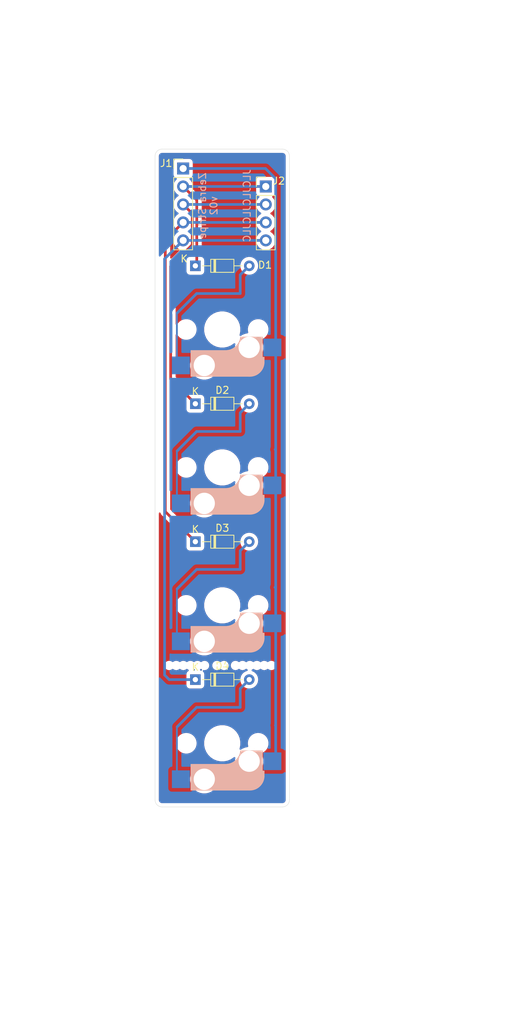
<source format=kicad_pcb>
(kicad_pcb (version 20171130) (host pcbnew "(5.1.8)-1")

  (general
    (thickness 1.6)
    (drawings 10)
    (tracks 65)
    (zones 0)
    (modules 17)
    (nets 10)
  )

  (page A4)
  (layers
    (0 F.Cu signal)
    (31 B.Cu signal)
    (32 B.Adhes user)
    (33 F.Adhes user)
    (34 B.Paste user)
    (35 F.Paste user)
    (36 B.SilkS user)
    (37 F.SilkS user)
    (38 B.Mask user)
    (39 F.Mask user)
    (40 Dwgs.User user)
    (41 Cmts.User user)
    (42 Eco1.User user)
    (43 Eco2.User user)
    (44 Edge.Cuts user)
    (45 Margin user)
    (46 B.CrtYd user)
    (47 F.CrtYd user)
    (48 B.Fab user)
    (49 F.Fab user)
  )

  (setup
    (last_trace_width 0.254)
    (user_trace_width 0.254)
    (user_trace_width 0.381)
    (trace_clearance 0.254)
    (zone_clearance 0.508)
    (zone_45_only no)
    (trace_min 0.254)
    (via_size 0.8)
    (via_drill 0.4)
    (via_min_size 0.4)
    (via_min_drill 0.3)
    (uvia_size 0.3)
    (uvia_drill 0.1)
    (uvias_allowed no)
    (uvia_min_size 0.2)
    (uvia_min_drill 0.1)
    (edge_width 0.05)
    (segment_width 0.2)
    (pcb_text_width 0.3)
    (pcb_text_size 1.5 1.5)
    (mod_edge_width 0.12)
    (mod_text_size 1 1)
    (mod_text_width 0.15)
    (pad_size 1.524 1.524)
    (pad_drill 0.762)
    (pad_to_mask_clearance 0)
    (aux_axis_origin 0 0)
    (visible_elements 7FFFFFFF)
    (pcbplotparams
      (layerselection 0x010fc_ffffffff)
      (usegerberextensions false)
      (usegerberattributes true)
      (usegerberadvancedattributes true)
      (creategerberjobfile true)
      (excludeedgelayer true)
      (linewidth 0.100000)
      (plotframeref false)
      (viasonmask false)
      (mode 1)
      (useauxorigin false)
      (hpglpennumber 1)
      (hpglpenspeed 20)
      (hpglpendiameter 15.000000)
      (psnegative false)
      (psa4output false)
      (plotreference true)
      (plotvalue false)
      (plotinvisibletext false)
      (padsonsilk false)
      (subtractmaskfromsilk false)
      (outputformat 1)
      (mirror false)
      (drillshape 0)
      (scaleselection 1)
      (outputdirectory "../Gerber/"))
  )

  (net 0 "")
  (net 1 "Net-(D1-Pad2)")
  (net 2 "Net-(D1-Pad1)")
  (net 3 "Net-(D2-Pad2)")
  (net 4 "Net-(D2-Pad1)")
  (net 5 "Net-(D3-Pad2)")
  (net 6 "Net-(D3-Pad1)")
  (net 7 "Net-(D4-Pad2)")
  (net 8 "Net-(D4-Pad1)")
  (net 9 "Net-(J1-Pad1)")

  (net_class Default "This is the default net class."
    (clearance 0.254)
    (trace_width 0.254)
    (via_dia 0.8)
    (via_drill 0.4)
    (uvia_dia 0.3)
    (uvia_drill 0.1)
    (diff_pair_width 0.254)
    (diff_pair_gap 0.254)
    (add_net "Net-(D1-Pad1)")
    (add_net "Net-(D1-Pad2)")
    (add_net "Net-(D2-Pad1)")
    (add_net "Net-(D2-Pad2)")
    (add_net "Net-(D3-Pad1)")
    (add_net "Net-(D3-Pad2)")
    (add_net "Net-(D4-Pad1)")
    (add_net "Net-(D4-Pad2)")
    (add_net "Net-(J1-Pad1)")
  )

  (net_class Wide ""
    (clearance 0.381)
    (trace_width 0.381)
    (via_dia 0.8)
    (via_drill 0.4)
    (uvia_dia 0.3)
    (uvia_drill 0.1)
    (diff_pair_width 0.254)
    (diff_pair_gap 0.254)
  )

  (module kbd:CherryMX_Hotswap (layer F.Cu) (tedit 5F70BC32) (tstamp 5FA7E75B)
    (at 100 41.5 180)
    (path /5FA76D91)
    (fp_text reference SW1 (at 7.1 8.2) (layer F.SilkS) hide
      (effects (font (size 1 1) (thickness 0.15)))
    )
    (fp_text value SW_Push (at -4.8 8.3) (layer F.Fab) hide
      (effects (font (size 1 1) (thickness 0.15)))
    )
    (fp_arc (start -0.465 -0.83) (end -0.4 -3) (angle -84) (layer B.SilkS) (width 0.15))
    (fp_arc (start -3.9 -4.6) (end -3.800001 -6.6) (angle -90) (layer B.SilkS) (width 0.15))
    (fp_arc (start -0.865 -1.23) (end -0.8 -3.4) (angle -84) (layer B.SilkS) (width 1))
    (fp_line (start 4.25 -6.4) (end 3 -6.4) (layer B.SilkS) (width 0.4))
    (fp_line (start -5.45 -1.3) (end -3 -1.3) (layer B.SilkS) (width 0.5))
    (fp_line (start 4.4 -6.6) (end -3.800001 -6.6) (layer B.SilkS) (width 0.15))
    (fp_line (start -0.4 -3) (end 4.4 -3) (layer B.SilkS) (width 0.15))
    (fp_line (start -5.65 -1.1) (end -2.62 -1.1) (layer B.SilkS) (width 0.15))
    (fp_line (start -5.9 -4.7) (end -5.9 -3.95) (layer B.SilkS) (width 0.15))
    (fp_line (start -5.65 -5.55) (end -5.65 -1.1) (layer B.SilkS) (width 0.15))
    (fp_line (start -5.9 -3.95) (end -5.7 -3.95) (layer B.SilkS) (width 0.15))
    (fp_line (start 4.38 -4) (end 4.38 -6.25) (layer B.SilkS) (width 0.15))
    (fp_line (start 4.4 -3) (end 4.4 -6.6) (layer B.SilkS) (width 0.15))
    (fp_line (start 2.6 -4.8) (end -4.1 -4.8) (layer B.SilkS) (width 3.5))
    (fp_line (start 3.9 -6) (end 3.9 -3.5) (layer B.SilkS) (width 1))
    (fp_line (start 4.2 -3.25) (end 2.9 -3.3) (layer B.SilkS) (width 0.5))
    (fp_line (start -4.17 -5.1) (end -4.17 -2.86) (layer B.SilkS) (width 3))
    (fp_line (start -5.3 -1.6) (end -5.3 -3.399999) (layer B.SilkS) (width 0.8))
    (fp_line (start -5.8 -4.05) (end -5.8 -4.7) (layer B.SilkS) (width 0.3))
    (fp_line (start -9.525 -9.525) (end 9.525 -9.525) (layer Dwgs.User) (width 0.15))
    (fp_line (start 9.525 -9.525) (end 9.525 9.525) (layer Dwgs.User) (width 0.15))
    (fp_line (start 9.525 9.525) (end -9.525 9.525) (layer Dwgs.User) (width 0.15))
    (fp_line (start -9.525 9.525) (end -9.525 -9.525) (layer Dwgs.User) (width 0.15))
    (fp_line (start -7 -6) (end -7 -7) (layer Dwgs.User) (width 0.15))
    (fp_line (start 7 -7) (end 6 -7) (layer Dwgs.User) (width 0.15))
    (fp_line (start -7 6) (end -7 7) (layer Dwgs.User) (width 0.15))
    (fp_line (start 6 7) (end 7 7) (layer Dwgs.User) (width 0.15))
    (fp_line (start 7 7) (end 7 6) (layer Dwgs.User) (width 0.15))
    (fp_line (start -7 -7) (end -6 -7) (layer Dwgs.User) (width 0.15))
    (fp_line (start 7 -7) (end 7 -6) (layer Dwgs.User) (width 0.15))
    (fp_line (start -7 7) (end -6 7) (layer Dwgs.User) (width 0.15))
    (pad "" np_thru_hole circle (at 2.54 -5.08 180) (size 3 3) (drill 3) (layers *.Cu *.Mask))
    (pad "" np_thru_hole circle (at -3.81 -2.54 180) (size 3 3) (drill 3) (layers *.Cu *.Mask))
    (pad 2 smd rect (at 5.842 -5.08) (size 2.55 2.5) (layers B.Cu B.Paste B.Mask)
      (net 1 "Net-(D1-Pad2)"))
    (pad "" np_thru_hole circle (at -5.08 0 180) (size 1.9 1.9) (drill 1.9) (layers *.Cu *.Mask))
    (pad "" np_thru_hole circle (at 5.08 0 180) (size 1.9 1.9) (drill 1.9) (layers *.Cu *.Mask))
    (pad "" np_thru_hole circle (at 0 0 270) (size 4.1 4.1) (drill 4.1) (layers *.Cu *.Mask))
    (pad 1 smd rect (at -7.085 -2.54) (size 2.55 2.5) (layers B.Cu B.Paste B.Mask)
      (net 9 "Net-(J1-Pad1)"))
    (model /Users/foostan/src/github.com/foostan/kbd/kicad-packages3D/kbd.3dshapes/Kailh-CherryMX-Socket.step
      (offset (xyz -1.3 7.6 -3.6))
      (scale (xyz 1 1 1))
      (rotate (xyz 0 0 180))
    )
  )

  (module kbd:CherryMX_Hotswap (layer F.Cu) (tedit 5F70BC32) (tstamp 5FA7E803)
    (at 100 100 180)
    (path /5FA7B8CD)
    (fp_text reference SW4 (at 7.1 8.2) (layer F.SilkS) hide
      (effects (font (size 1 1) (thickness 0.15)))
    )
    (fp_text value SW_Push (at -4.8 8.3) (layer F.Fab) hide
      (effects (font (size 1 1) (thickness 0.15)))
    )
    (fp_arc (start -0.465 -0.83) (end -0.4 -3) (angle -84) (layer B.SilkS) (width 0.15))
    (fp_arc (start -3.9 -4.6) (end -3.800001 -6.6) (angle -90) (layer B.SilkS) (width 0.15))
    (fp_arc (start -0.865 -1.23) (end -0.8 -3.4) (angle -84) (layer B.SilkS) (width 1))
    (fp_line (start 4.25 -6.4) (end 3 -6.4) (layer B.SilkS) (width 0.4))
    (fp_line (start -5.45 -1.3) (end -3 -1.3) (layer B.SilkS) (width 0.5))
    (fp_line (start 4.4 -6.6) (end -3.800001 -6.6) (layer B.SilkS) (width 0.15))
    (fp_line (start -0.4 -3) (end 4.4 -3) (layer B.SilkS) (width 0.15))
    (fp_line (start -5.65 -1.1) (end -2.62 -1.1) (layer B.SilkS) (width 0.15))
    (fp_line (start -5.9 -4.7) (end -5.9 -3.95) (layer B.SilkS) (width 0.15))
    (fp_line (start -5.65 -5.55) (end -5.65 -1.1) (layer B.SilkS) (width 0.15))
    (fp_line (start -5.9 -3.95) (end -5.7 -3.95) (layer B.SilkS) (width 0.15))
    (fp_line (start 4.38 -4) (end 4.38 -6.25) (layer B.SilkS) (width 0.15))
    (fp_line (start 4.4 -3) (end 4.4 -6.6) (layer B.SilkS) (width 0.15))
    (fp_line (start 2.6 -4.8) (end -4.1 -4.8) (layer B.SilkS) (width 3.5))
    (fp_line (start 3.9 -6) (end 3.9 -3.5) (layer B.SilkS) (width 1))
    (fp_line (start 4.2 -3.25) (end 2.9 -3.3) (layer B.SilkS) (width 0.5))
    (fp_line (start -4.17 -5.1) (end -4.17 -2.86) (layer B.SilkS) (width 3))
    (fp_line (start -5.3 -1.6) (end -5.3 -3.399999) (layer B.SilkS) (width 0.8))
    (fp_line (start -5.8 -4.05) (end -5.8 -4.7) (layer B.SilkS) (width 0.3))
    (fp_line (start -9.525 -9.525) (end 9.525 -9.525) (layer Dwgs.User) (width 0.15))
    (fp_line (start 9.525 -9.525) (end 9.525 9.525) (layer Dwgs.User) (width 0.15))
    (fp_line (start 9.525 9.525) (end -9.525 9.525) (layer Dwgs.User) (width 0.15))
    (fp_line (start -9.525 9.525) (end -9.525 -9.525) (layer Dwgs.User) (width 0.15))
    (fp_line (start -7 -6) (end -7 -7) (layer Dwgs.User) (width 0.15))
    (fp_line (start 7 -7) (end 6 -7) (layer Dwgs.User) (width 0.15))
    (fp_line (start -7 6) (end -7 7) (layer Dwgs.User) (width 0.15))
    (fp_line (start 6 7) (end 7 7) (layer Dwgs.User) (width 0.15))
    (fp_line (start 7 7) (end 7 6) (layer Dwgs.User) (width 0.15))
    (fp_line (start -7 -7) (end -6 -7) (layer Dwgs.User) (width 0.15))
    (fp_line (start 7 -7) (end 7 -6) (layer Dwgs.User) (width 0.15))
    (fp_line (start -7 7) (end -6 7) (layer Dwgs.User) (width 0.15))
    (pad "" np_thru_hole circle (at 2.54 -5.08 180) (size 3 3) (drill 3) (layers *.Cu *.Mask))
    (pad "" np_thru_hole circle (at -3.81 -2.54 180) (size 3 3) (drill 3) (layers *.Cu *.Mask))
    (pad 2 smd rect (at 5.842 -5.08) (size 2.55 2.5) (layers B.Cu B.Paste B.Mask)
      (net 7 "Net-(D4-Pad2)"))
    (pad "" np_thru_hole circle (at -5.08 0 180) (size 1.9 1.9) (drill 1.9) (layers *.Cu *.Mask))
    (pad "" np_thru_hole circle (at 5.08 0 180) (size 1.9 1.9) (drill 1.9) (layers *.Cu *.Mask))
    (pad "" np_thru_hole circle (at 0 0 270) (size 4.1 4.1) (drill 4.1) (layers *.Cu *.Mask))
    (pad 1 smd rect (at -7.085 -2.54) (size 2.55 2.5) (layers B.Cu B.Paste B.Mask)
      (net 9 "Net-(J1-Pad1)"))
    (model /Users/foostan/src/github.com/foostan/kbd/kicad-packages3D/kbd.3dshapes/Kailh-CherryMX-Socket.step
      (offset (xyz -1.3 7.6 -3.6))
      (scale (xyz 1 1 1))
      (rotate (xyz 0 0 180))
    )
  )

  (module kbd:CherryMX_Hotswap (layer F.Cu) (tedit 5F70BC32) (tstamp 5FA7E7CB)
    (at 100 80.5 180)
    (path /5FA7B8B8)
    (fp_text reference SW3 (at 7.1 8.2) (layer F.SilkS) hide
      (effects (font (size 1 1) (thickness 0.15)))
    )
    (fp_text value SW_Push (at -4.8 8.3) (layer F.Fab) hide
      (effects (font (size 1 1) (thickness 0.15)))
    )
    (fp_arc (start -0.465 -0.83) (end -0.4 -3) (angle -84) (layer B.SilkS) (width 0.15))
    (fp_arc (start -3.9 -4.6) (end -3.800001 -6.6) (angle -90) (layer B.SilkS) (width 0.15))
    (fp_arc (start -0.865 -1.23) (end -0.8 -3.4) (angle -84) (layer B.SilkS) (width 1))
    (fp_line (start 4.25 -6.4) (end 3 -6.4) (layer B.SilkS) (width 0.4))
    (fp_line (start -5.45 -1.3) (end -3 -1.3) (layer B.SilkS) (width 0.5))
    (fp_line (start 4.4 -6.6) (end -3.800001 -6.6) (layer B.SilkS) (width 0.15))
    (fp_line (start -0.4 -3) (end 4.4 -3) (layer B.SilkS) (width 0.15))
    (fp_line (start -5.65 -1.1) (end -2.62 -1.1) (layer B.SilkS) (width 0.15))
    (fp_line (start -5.9 -4.7) (end -5.9 -3.95) (layer B.SilkS) (width 0.15))
    (fp_line (start -5.65 -5.55) (end -5.65 -1.1) (layer B.SilkS) (width 0.15))
    (fp_line (start -5.9 -3.95) (end -5.7 -3.95) (layer B.SilkS) (width 0.15))
    (fp_line (start 4.38 -4) (end 4.38 -6.25) (layer B.SilkS) (width 0.15))
    (fp_line (start 4.4 -3) (end 4.4 -6.6) (layer B.SilkS) (width 0.15))
    (fp_line (start 2.6 -4.8) (end -4.1 -4.8) (layer B.SilkS) (width 3.5))
    (fp_line (start 3.9 -6) (end 3.9 -3.5) (layer B.SilkS) (width 1))
    (fp_line (start 4.2 -3.25) (end 2.9 -3.3) (layer B.SilkS) (width 0.5))
    (fp_line (start -4.17 -5.1) (end -4.17 -2.86) (layer B.SilkS) (width 3))
    (fp_line (start -5.3 -1.6) (end -5.3 -3.399999) (layer B.SilkS) (width 0.8))
    (fp_line (start -5.8 -4.05) (end -5.8 -4.7) (layer B.SilkS) (width 0.3))
    (fp_line (start -9.525 -9.525) (end 9.525 -9.525) (layer Dwgs.User) (width 0.15))
    (fp_line (start 9.525 -9.525) (end 9.525 9.525) (layer Dwgs.User) (width 0.15))
    (fp_line (start 9.525 9.525) (end -9.525 9.525) (layer Dwgs.User) (width 0.15))
    (fp_line (start -9.525 9.525) (end -9.525 -9.525) (layer Dwgs.User) (width 0.15))
    (fp_line (start -7 -6) (end -7 -7) (layer Dwgs.User) (width 0.15))
    (fp_line (start 7 -7) (end 6 -7) (layer Dwgs.User) (width 0.15))
    (fp_line (start -7 6) (end -7 7) (layer Dwgs.User) (width 0.15))
    (fp_line (start 6 7) (end 7 7) (layer Dwgs.User) (width 0.15))
    (fp_line (start 7 7) (end 7 6) (layer Dwgs.User) (width 0.15))
    (fp_line (start -7 -7) (end -6 -7) (layer Dwgs.User) (width 0.15))
    (fp_line (start 7 -7) (end 7 -6) (layer Dwgs.User) (width 0.15))
    (fp_line (start -7 7) (end -6 7) (layer Dwgs.User) (width 0.15))
    (pad "" np_thru_hole circle (at 2.54 -5.08 180) (size 3 3) (drill 3) (layers *.Cu *.Mask))
    (pad "" np_thru_hole circle (at -3.81 -2.54 180) (size 3 3) (drill 3) (layers *.Cu *.Mask))
    (pad 2 smd rect (at 5.842 -5.08) (size 2.55 2.5) (layers B.Cu B.Paste B.Mask)
      (net 5 "Net-(D3-Pad2)"))
    (pad "" np_thru_hole circle (at -5.08 0 180) (size 1.9 1.9) (drill 1.9) (layers *.Cu *.Mask))
    (pad "" np_thru_hole circle (at 5.08 0 180) (size 1.9 1.9) (drill 1.9) (layers *.Cu *.Mask))
    (pad "" np_thru_hole circle (at 0 0 270) (size 4.1 4.1) (drill 4.1) (layers *.Cu *.Mask))
    (pad 1 smd rect (at -7.085 -2.54) (size 2.55 2.5) (layers B.Cu B.Paste B.Mask)
      (net 9 "Net-(J1-Pad1)"))
    (model /Users/foostan/src/github.com/foostan/kbd/kicad-packages3D/kbd.3dshapes/Kailh-CherryMX-Socket.step
      (offset (xyz -1.3 7.6 -3.6))
      (scale (xyz 1 1 1))
      (rotate (xyz 0 0 180))
    )
  )

  (module kbd:CherryMX_Hotswap (layer F.Cu) (tedit 5F70BC32) (tstamp 5FA7E793)
    (at 100 61 180)
    (path /5FA7ABD9)
    (fp_text reference SW2 (at 7.1 8.2) (layer F.SilkS) hide
      (effects (font (size 1 1) (thickness 0.15)))
    )
    (fp_text value SW_Push (at -4.8 8.3) (layer F.Fab) hide
      (effects (font (size 1 1) (thickness 0.15)))
    )
    (fp_arc (start -0.465 -0.83) (end -0.4 -3) (angle -84) (layer B.SilkS) (width 0.15))
    (fp_arc (start -3.9 -4.6) (end -3.800001 -6.6) (angle -90) (layer B.SilkS) (width 0.15))
    (fp_arc (start -0.865 -1.23) (end -0.8 -3.4) (angle -84) (layer B.SilkS) (width 1))
    (fp_line (start 4.25 -6.4) (end 3 -6.4) (layer B.SilkS) (width 0.4))
    (fp_line (start -5.45 -1.3) (end -3 -1.3) (layer B.SilkS) (width 0.5))
    (fp_line (start 4.4 -6.6) (end -3.800001 -6.6) (layer B.SilkS) (width 0.15))
    (fp_line (start -0.4 -3) (end 4.4 -3) (layer B.SilkS) (width 0.15))
    (fp_line (start -5.65 -1.1) (end -2.62 -1.1) (layer B.SilkS) (width 0.15))
    (fp_line (start -5.9 -4.7) (end -5.9 -3.95) (layer B.SilkS) (width 0.15))
    (fp_line (start -5.65 -5.55) (end -5.65 -1.1) (layer B.SilkS) (width 0.15))
    (fp_line (start -5.9 -3.95) (end -5.7 -3.95) (layer B.SilkS) (width 0.15))
    (fp_line (start 4.38 -4) (end 4.38 -6.25) (layer B.SilkS) (width 0.15))
    (fp_line (start 4.4 -3) (end 4.4 -6.6) (layer B.SilkS) (width 0.15))
    (fp_line (start 2.6 -4.8) (end -4.1 -4.8) (layer B.SilkS) (width 3.5))
    (fp_line (start 3.9 -6) (end 3.9 -3.5) (layer B.SilkS) (width 1))
    (fp_line (start 4.2 -3.25) (end 2.9 -3.3) (layer B.SilkS) (width 0.5))
    (fp_line (start -4.17 -5.1) (end -4.17 -2.86) (layer B.SilkS) (width 3))
    (fp_line (start -5.3 -1.6) (end -5.3 -3.399999) (layer B.SilkS) (width 0.8))
    (fp_line (start -5.8 -4.05) (end -5.8 -4.7) (layer B.SilkS) (width 0.3))
    (fp_line (start -9.525 -9.525) (end 9.525 -9.525) (layer Dwgs.User) (width 0.15))
    (fp_line (start 9.525 -9.525) (end 9.525 9.525) (layer Dwgs.User) (width 0.15))
    (fp_line (start 9.525 9.525) (end -9.525 9.525) (layer Dwgs.User) (width 0.15))
    (fp_line (start -9.525 9.525) (end -9.525 -9.525) (layer Dwgs.User) (width 0.15))
    (fp_line (start -7 -6) (end -7 -7) (layer Dwgs.User) (width 0.15))
    (fp_line (start 7 -7) (end 6 -7) (layer Dwgs.User) (width 0.15))
    (fp_line (start -7 6) (end -7 7) (layer Dwgs.User) (width 0.15))
    (fp_line (start 6 7) (end 7 7) (layer Dwgs.User) (width 0.15))
    (fp_line (start 7 7) (end 7 6) (layer Dwgs.User) (width 0.15))
    (fp_line (start -7 -7) (end -6 -7) (layer Dwgs.User) (width 0.15))
    (fp_line (start 7 -7) (end 7 -6) (layer Dwgs.User) (width 0.15))
    (fp_line (start -7 7) (end -6 7) (layer Dwgs.User) (width 0.15))
    (pad "" np_thru_hole circle (at 2.54 -5.08 180) (size 3 3) (drill 3) (layers *.Cu *.Mask))
    (pad "" np_thru_hole circle (at -3.81 -2.54 180) (size 3 3) (drill 3) (layers *.Cu *.Mask))
    (pad 2 smd rect (at 5.842 -5.08) (size 2.55 2.5) (layers B.Cu B.Paste B.Mask)
      (net 3 "Net-(D2-Pad2)"))
    (pad "" np_thru_hole circle (at -5.08 0 180) (size 1.9 1.9) (drill 1.9) (layers *.Cu *.Mask))
    (pad "" np_thru_hole circle (at 5.08 0 180) (size 1.9 1.9) (drill 1.9) (layers *.Cu *.Mask))
    (pad "" np_thru_hole circle (at 0 0 270) (size 4.1 4.1) (drill 4.1) (layers *.Cu *.Mask))
    (pad 1 smd rect (at -7.085 -2.54) (size 2.55 2.5) (layers B.Cu B.Paste B.Mask)
      (net 9 "Net-(J1-Pad1)"))
    (model /Users/foostan/src/github.com/foostan/kbd/kicad-packages3D/kbd.3dshapes/Kailh-CherryMX-Socket.step
      (offset (xyz -1.3 7.6 -3.6))
      (scale (xyz 1 1 1))
      (rotate (xyz 0 0 180))
    )
  )

  (module holes:hole-03mm (layer F.Cu) (tedit 5FA787F9) (tstamp 5FA802B2)
    (at 100.25 91)
    (fp_text reference REF** (at 0 0.5) (layer F.SilkS) hide
      (effects (font (size 1 1) (thickness 0.15)))
    )
    (fp_text value hole-03mm (at 0 -0.5) (layer F.Fab)
      (effects (font (size 1 1) (thickness 0.15)))
    )
    (pad "" np_thru_hole circle (at 0 -2) (size 0.3 0.3) (drill 0.3) (layers *.Cu *.Mask))
    (pad "" np_thru_hole circle (at -1 -2) (size 0.3 0.3) (drill 0.3) (layers *.Cu *.Mask))
  )

  (module holes:hole-03mm (layer F.Cu) (tedit 5FA787F9) (tstamp 5FA80284)
    (at 97.5 91)
    (fp_text reference REF** (at 0 0.5) (layer F.SilkS) hide
      (effects (font (size 1 1) (thickness 0.15)))
    )
    (fp_text value hole-03mm (at 0 -0.5) (layer F.Fab)
      (effects (font (size 1 1) (thickness 0.15)))
    )
    (pad "" np_thru_hole circle (at -1 -2) (size 0.3 0.3) (drill 0.3) (layers *.Cu *.Mask))
    (pad "" np_thru_hole circle (at 0 -2) (size 0.3 0.3) (drill 0.3) (layers *.Cu *.Mask))
  )

  (module holes:hole-03mm (layer F.Cu) (tedit 5FA787F9) (tstamp 5FA80259)
    (at 102.87 91)
    (fp_text reference REF** (at 0 0.5) (layer F.SilkS) hide
      (effects (font (size 1 1) (thickness 0.15)))
    )
    (fp_text value hole-03mm (at 0 -0.5) (layer F.Fab)
      (effects (font (size 1 1) (thickness 0.15)))
    )
    (pad "" np_thru_hole circle (at -1 -2) (size 0.3 0.3) (drill 0.3) (layers *.Cu *.Mask))
    (pad "" np_thru_hole circle (at 0 -2) (size 0.3 0.3) (drill 0.3) (layers *.Cu *.Mask))
  )

  (module holes:hole-03mm (layer F.Cu) (tedit 5FA787F9) (tstamp 5FA8024F)
    (at 104.902 91)
    (fp_text reference REF** (at 0 0.5) (layer F.SilkS) hide
      (effects (font (size 1 1) (thickness 0.15)))
    )
    (fp_text value hole-03mm (at 0 -0.5) (layer F.Fab)
      (effects (font (size 1 1) (thickness 0.15)))
    )
    (pad "" np_thru_hole circle (at 0 -2) (size 0.3 0.3) (drill 0.3) (layers *.Cu *.Mask))
    (pad "" np_thru_hole circle (at -1 -2) (size 0.3 0.3) (drill 0.3) (layers *.Cu *.Mask))
  )

  (module holes:hole-03mm (layer F.Cu) (tedit 5FA787F9) (tstamp 5FA80245)
    (at 106.934 91)
    (fp_text reference REF** (at 0 0.5) (layer F.SilkS) hide
      (effects (font (size 1 1) (thickness 0.15)))
    )
    (fp_text value hole-03mm (at 0 -0.5) (layer F.Fab)
      (effects (font (size 1 1) (thickness 0.15)))
    )
    (pad "" np_thru_hole circle (at -1 -2) (size 0.3 0.3) (drill 0.3) (layers *.Cu *.Mask))
    (pad "" np_thru_hole circle (at 0 -2) (size 0.3 0.3) (drill 0.3) (layers *.Cu *.Mask))
  )

  (module holes:hole-03mm (layer F.Cu) (tedit 5FA787F9) (tstamp 5FA80227)
    (at 95.5 91)
    (fp_text reference REF** (at 0 0.5) (layer F.SilkS) hide
      (effects (font (size 1 1) (thickness 0.15)))
    )
    (fp_text value hole-03mm (at 0 -0.5) (layer F.Fab)
      (effects (font (size 1 1) (thickness 0.15)))
    )
    (pad "" np_thru_hole circle (at -1 -2) (size 0.3 0.3) (drill 0.3) (layers *.Cu *.Mask))
    (pad "" np_thru_hole circle (at 0 -2) (size 0.3 0.3) (drill 0.3) (layers *.Cu *.Mask))
  )

  (module holes:hole-03mm (layer F.Cu) (tedit 5FA787F9) (tstamp 5FA80225)
    (at 93.5 91)
    (fp_text reference REF** (at 0 0.5) (layer F.SilkS) hide
      (effects (font (size 1 1) (thickness 0.15)))
    )
    (fp_text value hole-03mm (at 0 -0.5) (layer F.Fab)
      (effects (font (size 1 1) (thickness 0.15)))
    )
    (pad "" np_thru_hole circle (at 0 -2) (size 0.3 0.3) (drill 0.3) (layers *.Cu *.Mask))
    (pad "" np_thru_hole circle (at -1 -2) (size 0.3 0.3) (drill 0.3) (layers *.Cu *.Mask))
  )

  (module Connector_PinHeader_2.54mm:PinHeader_1x04_P2.54mm_Vertical (layer F.Cu) (tedit 59FED5CC) (tstamp 5FA7E723)
    (at 106.155 21.284)
    (descr "Through hole straight pin header, 1x04, 2.54mm pitch, single row")
    (tags "Through hole pin header THT 1x04 2.54mm single row")
    (path /5FA7EBE5)
    (fp_text reference J2 (at 1.845 -0.784) (layer F.SilkS)
      (effects (font (size 1 1) (thickness 0.15)))
    )
    (fp_text value Conn_01x04 (at 0 9.95) (layer F.Fab)
      (effects (font (size 1 1) (thickness 0.15)))
    )
    (fp_line (start 1.8 -1.8) (end -1.8 -1.8) (layer F.CrtYd) (width 0.05))
    (fp_line (start 1.8 9.4) (end 1.8 -1.8) (layer F.CrtYd) (width 0.05))
    (fp_line (start -1.8 9.4) (end 1.8 9.4) (layer F.CrtYd) (width 0.05))
    (fp_line (start -1.8 -1.8) (end -1.8 9.4) (layer F.CrtYd) (width 0.05))
    (fp_line (start -1.33 -1.33) (end 0 -1.33) (layer F.SilkS) (width 0.12))
    (fp_line (start -1.33 0) (end -1.33 -1.33) (layer F.SilkS) (width 0.12))
    (fp_line (start -1.33 1.27) (end 1.33 1.27) (layer F.SilkS) (width 0.12))
    (fp_line (start 1.33 1.27) (end 1.33 8.95) (layer F.SilkS) (width 0.12))
    (fp_line (start -1.33 1.27) (end -1.33 8.95) (layer F.SilkS) (width 0.12))
    (fp_line (start -1.33 8.95) (end 1.33 8.95) (layer F.SilkS) (width 0.12))
    (fp_line (start -1.27 -0.635) (end -0.635 -1.27) (layer F.Fab) (width 0.1))
    (fp_line (start -1.27 8.89) (end -1.27 -0.635) (layer F.Fab) (width 0.1))
    (fp_line (start 1.27 8.89) (end -1.27 8.89) (layer F.Fab) (width 0.1))
    (fp_line (start 1.27 -1.27) (end 1.27 8.89) (layer F.Fab) (width 0.1))
    (fp_line (start -0.635 -1.27) (end 1.27 -1.27) (layer F.Fab) (width 0.1))
    (fp_text user %R (at 0 3.81 90) (layer F.Fab)
      (effects (font (size 1 1) (thickness 0.15)))
    )
    (pad 4 thru_hole oval (at 0 7.62) (size 1.7 1.7) (drill 1) (layers *.Cu *.Mask)
      (net 8 "Net-(D4-Pad1)"))
    (pad 3 thru_hole oval (at 0 5.08) (size 1.7 1.7) (drill 1) (layers *.Cu *.Mask)
      (net 6 "Net-(D3-Pad1)"))
    (pad 2 thru_hole oval (at 0 2.54) (size 1.7 1.7) (drill 1) (layers *.Cu *.Mask)
      (net 4 "Net-(D2-Pad1)"))
    (pad 1 thru_hole rect (at 0 0) (size 1.7 1.7) (drill 1) (layers *.Cu *.Mask)
      (net 2 "Net-(D1-Pad1)"))
    (model ${KISYS3DMOD}/Connector_PinHeader_2.54mm.3dshapes/PinHeader_1x04_P2.54mm_Vertical.wrl
      (at (xyz 0 0 0))
      (scale (xyz 1 1 1))
      (rotate (xyz 0 0 0))
    )
  )

  (module Connector_PinHeader_2.54mm:PinHeader_1x05_P2.54mm_Vertical (layer F.Cu) (tedit 59FED5CC) (tstamp 5FA7E70B)
    (at 94.471 18.744)
    (descr "Through hole straight pin header, 1x05, 2.54mm pitch, single row")
    (tags "Through hole pin header THT 1x05 2.54mm single row")
    (path /5FA77BAF)
    (fp_text reference J1 (at -2.396 -0.744) (layer F.SilkS)
      (effects (font (size 1 1) (thickness 0.15)))
    )
    (fp_text value Conn_01x05 (at 0 12.49) (layer F.Fab)
      (effects (font (size 1 1) (thickness 0.15)))
    )
    (fp_line (start 1.8 -1.8) (end -1.8 -1.8) (layer F.CrtYd) (width 0.05))
    (fp_line (start 1.8 11.95) (end 1.8 -1.8) (layer F.CrtYd) (width 0.05))
    (fp_line (start -1.8 11.95) (end 1.8 11.95) (layer F.CrtYd) (width 0.05))
    (fp_line (start -1.8 -1.8) (end -1.8 11.95) (layer F.CrtYd) (width 0.05))
    (fp_line (start -1.33 -1.33) (end 0 -1.33) (layer F.SilkS) (width 0.12))
    (fp_line (start -1.33 0) (end -1.33 -1.33) (layer F.SilkS) (width 0.12))
    (fp_line (start -1.33 1.27) (end 1.33 1.27) (layer F.SilkS) (width 0.12))
    (fp_line (start 1.33 1.27) (end 1.33 11.49) (layer F.SilkS) (width 0.12))
    (fp_line (start -1.33 1.27) (end -1.33 11.49) (layer F.SilkS) (width 0.12))
    (fp_line (start -1.33 11.49) (end 1.33 11.49) (layer F.SilkS) (width 0.12))
    (fp_line (start -1.27 -0.635) (end -0.635 -1.27) (layer F.Fab) (width 0.1))
    (fp_line (start -1.27 11.43) (end -1.27 -0.635) (layer F.Fab) (width 0.1))
    (fp_line (start 1.27 11.43) (end -1.27 11.43) (layer F.Fab) (width 0.1))
    (fp_line (start 1.27 -1.27) (end 1.27 11.43) (layer F.Fab) (width 0.1))
    (fp_line (start -0.635 -1.27) (end 1.27 -1.27) (layer F.Fab) (width 0.1))
    (fp_text user %R (at 0 5.08 90) (layer F.Fab)
      (effects (font (size 1 1) (thickness 0.15)))
    )
    (pad 5 thru_hole oval (at 0 10.16) (size 1.7 1.7) (drill 1) (layers *.Cu *.Mask)
      (net 8 "Net-(D4-Pad1)"))
    (pad 4 thru_hole oval (at 0 7.62) (size 1.7 1.7) (drill 1) (layers *.Cu *.Mask)
      (net 6 "Net-(D3-Pad1)"))
    (pad 3 thru_hole oval (at 0 5.08) (size 1.7 1.7) (drill 1) (layers *.Cu *.Mask)
      (net 4 "Net-(D2-Pad1)"))
    (pad 2 thru_hole oval (at 0 2.54) (size 1.7 1.7) (drill 1) (layers *.Cu *.Mask)
      (net 2 "Net-(D1-Pad1)"))
    (pad 1 thru_hole rect (at 0 0) (size 1.7 1.7) (drill 1) (layers *.Cu *.Mask)
      (net 9 "Net-(J1-Pad1)"))
    (model ${KISYS3DMOD}/Connector_PinHeader_2.54mm.3dshapes/PinHeader_1x05_P2.54mm_Vertical.wrl
      (at (xyz 0 0 0))
      (scale (xyz 1 1 1))
      (rotate (xyz 0 0 0))
    )
  )

  (module Diode_THT:D_DO-34_SOD68_P7.62mm_Horizontal (layer F.Cu) (tedit 5AE50CD5) (tstamp 5FA7E6F2)
    (at 96.2 91)
    (descr "Diode, DO-34_SOD68 series, Axial, Horizontal, pin pitch=7.62mm, , length*diameter=3.04*1.6mm^2, , https://www.nxp.com/docs/en/data-sheet/KTY83_SER.pdf")
    (tags "Diode DO-34_SOD68 series Axial Horizontal pin pitch 7.62mm  length 3.04mm diameter 1.6mm")
    (path /5FA7B8D7)
    (fp_text reference D4 (at 3.81 -1.92) (layer F.SilkS)
      (effects (font (size 1 1) (thickness 0.15)))
    )
    (fp_text value D (at 3.81 1.92) (layer F.Fab)
      (effects (font (size 1 1) (thickness 0.15)))
    )
    (fp_line (start 8.63 -1.05) (end -1 -1.05) (layer F.CrtYd) (width 0.05))
    (fp_line (start 8.63 1.05) (end 8.63 -1.05) (layer F.CrtYd) (width 0.05))
    (fp_line (start -1 1.05) (end 8.63 1.05) (layer F.CrtYd) (width 0.05))
    (fp_line (start -1 -1.05) (end -1 1.05) (layer F.CrtYd) (width 0.05))
    (fp_line (start 2.626 -0.92) (end 2.626 0.92) (layer F.SilkS) (width 0.12))
    (fp_line (start 2.866 -0.92) (end 2.866 0.92) (layer F.SilkS) (width 0.12))
    (fp_line (start 2.746 -0.92) (end 2.746 0.92) (layer F.SilkS) (width 0.12))
    (fp_line (start 6.63 0) (end 5.45 0) (layer F.SilkS) (width 0.12))
    (fp_line (start 0.99 0) (end 2.17 0) (layer F.SilkS) (width 0.12))
    (fp_line (start 5.45 -0.92) (end 2.17 -0.92) (layer F.SilkS) (width 0.12))
    (fp_line (start 5.45 0.92) (end 5.45 -0.92) (layer F.SilkS) (width 0.12))
    (fp_line (start 2.17 0.92) (end 5.45 0.92) (layer F.SilkS) (width 0.12))
    (fp_line (start 2.17 -0.92) (end 2.17 0.92) (layer F.SilkS) (width 0.12))
    (fp_line (start 2.646 -0.8) (end 2.646 0.8) (layer F.Fab) (width 0.1))
    (fp_line (start 2.846 -0.8) (end 2.846 0.8) (layer F.Fab) (width 0.1))
    (fp_line (start 2.746 -0.8) (end 2.746 0.8) (layer F.Fab) (width 0.1))
    (fp_line (start 7.62 0) (end 5.33 0) (layer F.Fab) (width 0.1))
    (fp_line (start 0 0) (end 2.29 0) (layer F.Fab) (width 0.1))
    (fp_line (start 5.33 -0.8) (end 2.29 -0.8) (layer F.Fab) (width 0.1))
    (fp_line (start 5.33 0.8) (end 5.33 -0.8) (layer F.Fab) (width 0.1))
    (fp_line (start 2.29 0.8) (end 5.33 0.8) (layer F.Fab) (width 0.1))
    (fp_line (start 2.29 -0.8) (end 2.29 0.8) (layer F.Fab) (width 0.1))
    (fp_text user K (at 0 -1.75) (layer F.SilkS)
      (effects (font (size 1 1) (thickness 0.15)))
    )
    (fp_text user K (at 0 -1.75) (layer F.Fab)
      (effects (font (size 1 1) (thickness 0.15)))
    )
    (fp_text user %R (at 4.038 0) (layer F.Fab)
      (effects (font (size 0.608 0.608) (thickness 0.0912)))
    )
    (pad 2 thru_hole oval (at 7.62 0) (size 1.5 1.5) (drill 0.75) (layers *.Cu *.Mask)
      (net 7 "Net-(D4-Pad2)"))
    (pad 1 thru_hole rect (at 0 0) (size 1.5 1.5) (drill 0.75) (layers *.Cu *.Mask)
      (net 8 "Net-(D4-Pad1)"))
    (model ${KISYS3DMOD}/Diode_THT.3dshapes/D_DO-34_SOD68_P7.62mm_Horizontal.wrl
      (at (xyz 0 0 0))
      (scale (xyz 1 1 1))
      (rotate (xyz 0 0 0))
    )
  )

  (module Diode_THT:D_DO-34_SOD68_P7.62mm_Horizontal (layer F.Cu) (tedit 5AE50CD5) (tstamp 5FA7E6D3)
    (at 96.2 71.5)
    (descr "Diode, DO-34_SOD68 series, Axial, Horizontal, pin pitch=7.62mm, , length*diameter=3.04*1.6mm^2, , https://www.nxp.com/docs/en/data-sheet/KTY83_SER.pdf")
    (tags "Diode DO-34_SOD68 series Axial Horizontal pin pitch 7.62mm  length 3.04mm diameter 1.6mm")
    (path /5FA7B8C2)
    (fp_text reference D3 (at 3.81 -1.92) (layer F.SilkS)
      (effects (font (size 1 1) (thickness 0.15)))
    )
    (fp_text value D (at 3.81 1.92) (layer F.Fab)
      (effects (font (size 1 1) (thickness 0.15)))
    )
    (fp_line (start 8.63 -1.05) (end -1 -1.05) (layer F.CrtYd) (width 0.05))
    (fp_line (start 8.63 1.05) (end 8.63 -1.05) (layer F.CrtYd) (width 0.05))
    (fp_line (start -1 1.05) (end 8.63 1.05) (layer F.CrtYd) (width 0.05))
    (fp_line (start -1 -1.05) (end -1 1.05) (layer F.CrtYd) (width 0.05))
    (fp_line (start 2.626 -0.92) (end 2.626 0.92) (layer F.SilkS) (width 0.12))
    (fp_line (start 2.866 -0.92) (end 2.866 0.92) (layer F.SilkS) (width 0.12))
    (fp_line (start 2.746 -0.92) (end 2.746 0.92) (layer F.SilkS) (width 0.12))
    (fp_line (start 6.63 0) (end 5.45 0) (layer F.SilkS) (width 0.12))
    (fp_line (start 0.99 0) (end 2.17 0) (layer F.SilkS) (width 0.12))
    (fp_line (start 5.45 -0.92) (end 2.17 -0.92) (layer F.SilkS) (width 0.12))
    (fp_line (start 5.45 0.92) (end 5.45 -0.92) (layer F.SilkS) (width 0.12))
    (fp_line (start 2.17 0.92) (end 5.45 0.92) (layer F.SilkS) (width 0.12))
    (fp_line (start 2.17 -0.92) (end 2.17 0.92) (layer F.SilkS) (width 0.12))
    (fp_line (start 2.646 -0.8) (end 2.646 0.8) (layer F.Fab) (width 0.1))
    (fp_line (start 2.846 -0.8) (end 2.846 0.8) (layer F.Fab) (width 0.1))
    (fp_line (start 2.746 -0.8) (end 2.746 0.8) (layer F.Fab) (width 0.1))
    (fp_line (start 7.62 0) (end 5.33 0) (layer F.Fab) (width 0.1))
    (fp_line (start 0 0) (end 2.29 0) (layer F.Fab) (width 0.1))
    (fp_line (start 5.33 -0.8) (end 2.29 -0.8) (layer F.Fab) (width 0.1))
    (fp_line (start 5.33 0.8) (end 5.33 -0.8) (layer F.Fab) (width 0.1))
    (fp_line (start 2.29 0.8) (end 5.33 0.8) (layer F.Fab) (width 0.1))
    (fp_line (start 2.29 -0.8) (end 2.29 0.8) (layer F.Fab) (width 0.1))
    (fp_text user K (at 0 -1.75) (layer F.SilkS)
      (effects (font (size 1 1) (thickness 0.15)))
    )
    (fp_text user K (at 0 -1.75) (layer F.Fab)
      (effects (font (size 1 1) (thickness 0.15)))
    )
    (fp_text user %R (at 4.038 0) (layer F.Fab)
      (effects (font (size 0.608 0.608) (thickness 0.0912)))
    )
    (pad 2 thru_hole oval (at 7.62 0) (size 1.5 1.5) (drill 0.75) (layers *.Cu *.Mask)
      (net 5 "Net-(D3-Pad2)"))
    (pad 1 thru_hole rect (at 0 0) (size 1.5 1.5) (drill 0.75) (layers *.Cu *.Mask)
      (net 6 "Net-(D3-Pad1)"))
    (model ${KISYS3DMOD}/Diode_THT.3dshapes/D_DO-34_SOD68_P7.62mm_Horizontal.wrl
      (at (xyz 0 0 0))
      (scale (xyz 1 1 1))
      (rotate (xyz 0 0 0))
    )
  )

  (module Diode_THT:D_DO-34_SOD68_P7.62mm_Horizontal (layer F.Cu) (tedit 5AE50CD5) (tstamp 5FA7E6B4)
    (at 96.2 52)
    (descr "Diode, DO-34_SOD68 series, Axial, Horizontal, pin pitch=7.62mm, , length*diameter=3.04*1.6mm^2, , https://www.nxp.com/docs/en/data-sheet/KTY83_SER.pdf")
    (tags "Diode DO-34_SOD68 series Axial Horizontal pin pitch 7.62mm  length 3.04mm diameter 1.6mm")
    (path /5FA7ABE3)
    (fp_text reference D2 (at 3.81 -1.92) (layer F.SilkS)
      (effects (font (size 1 1) (thickness 0.15)))
    )
    (fp_text value D (at 3.81 1.92) (layer F.Fab)
      (effects (font (size 1 1) (thickness 0.15)))
    )
    (fp_line (start 8.63 -1.05) (end -1 -1.05) (layer F.CrtYd) (width 0.05))
    (fp_line (start 8.63 1.05) (end 8.63 -1.05) (layer F.CrtYd) (width 0.05))
    (fp_line (start -1 1.05) (end 8.63 1.05) (layer F.CrtYd) (width 0.05))
    (fp_line (start -1 -1.05) (end -1 1.05) (layer F.CrtYd) (width 0.05))
    (fp_line (start 2.626 -0.92) (end 2.626 0.92) (layer F.SilkS) (width 0.12))
    (fp_line (start 2.866 -0.92) (end 2.866 0.92) (layer F.SilkS) (width 0.12))
    (fp_line (start 2.746 -0.92) (end 2.746 0.92) (layer F.SilkS) (width 0.12))
    (fp_line (start 6.63 0) (end 5.45 0) (layer F.SilkS) (width 0.12))
    (fp_line (start 0.99 0) (end 2.17 0) (layer F.SilkS) (width 0.12))
    (fp_line (start 5.45 -0.92) (end 2.17 -0.92) (layer F.SilkS) (width 0.12))
    (fp_line (start 5.45 0.92) (end 5.45 -0.92) (layer F.SilkS) (width 0.12))
    (fp_line (start 2.17 0.92) (end 5.45 0.92) (layer F.SilkS) (width 0.12))
    (fp_line (start 2.17 -0.92) (end 2.17 0.92) (layer F.SilkS) (width 0.12))
    (fp_line (start 2.646 -0.8) (end 2.646 0.8) (layer F.Fab) (width 0.1))
    (fp_line (start 2.846 -0.8) (end 2.846 0.8) (layer F.Fab) (width 0.1))
    (fp_line (start 2.746 -0.8) (end 2.746 0.8) (layer F.Fab) (width 0.1))
    (fp_line (start 7.62 0) (end 5.33 0) (layer F.Fab) (width 0.1))
    (fp_line (start 0 0) (end 2.29 0) (layer F.Fab) (width 0.1))
    (fp_line (start 5.33 -0.8) (end 2.29 -0.8) (layer F.Fab) (width 0.1))
    (fp_line (start 5.33 0.8) (end 5.33 -0.8) (layer F.Fab) (width 0.1))
    (fp_line (start 2.29 0.8) (end 5.33 0.8) (layer F.Fab) (width 0.1))
    (fp_line (start 2.29 -0.8) (end 2.29 0.8) (layer F.Fab) (width 0.1))
    (fp_text user K (at 0 -1.75) (layer F.SilkS)
      (effects (font (size 1 1) (thickness 0.15)))
    )
    (fp_text user K (at 0 -1.75) (layer F.Fab)
      (effects (font (size 1 1) (thickness 0.15)))
    )
    (fp_text user %R (at 4.038 0) (layer F.Fab)
      (effects (font (size 0.608 0.608) (thickness 0.0912)))
    )
    (pad 2 thru_hole oval (at 7.62 0) (size 1.5 1.5) (drill 0.75) (layers *.Cu *.Mask)
      (net 3 "Net-(D2-Pad2)"))
    (pad 1 thru_hole rect (at 0 0) (size 1.5 1.5) (drill 0.75) (layers *.Cu *.Mask)
      (net 4 "Net-(D2-Pad1)"))
    (model ${KISYS3DMOD}/Diode_THT.3dshapes/D_DO-34_SOD68_P7.62mm_Horizontal.wrl
      (at (xyz 0 0 0))
      (scale (xyz 1 1 1))
      (rotate (xyz 0 0 0))
    )
  )

  (module Diode_THT:D_DO-34_SOD68_P7.62mm_Horizontal (layer F.Cu) (tedit 5AE50CD5) (tstamp 5FA7E695)
    (at 96.2 32.5)
    (descr "Diode, DO-34_SOD68 series, Axial, Horizontal, pin pitch=7.62mm, , length*diameter=3.04*1.6mm^2, , https://www.nxp.com/docs/en/data-sheet/KTY83_SER.pdf")
    (tags "Diode DO-34_SOD68 series Axial Horizontal pin pitch 7.62mm  length 3.04mm diameter 1.6mm")
    (path /5FA772DC)
    (fp_text reference D1 (at 9.845 -0.115) (layer F.SilkS)
      (effects (font (size 1 1) (thickness 0.15)))
    )
    (fp_text value D (at 3.81 1.92) (layer F.Fab)
      (effects (font (size 1 1) (thickness 0.15)))
    )
    (fp_line (start 8.63 -1.05) (end -1 -1.05) (layer F.CrtYd) (width 0.05))
    (fp_line (start 8.63 1.05) (end 8.63 -1.05) (layer F.CrtYd) (width 0.05))
    (fp_line (start -1 1.05) (end 8.63 1.05) (layer F.CrtYd) (width 0.05))
    (fp_line (start -1 -1.05) (end -1 1.05) (layer F.CrtYd) (width 0.05))
    (fp_line (start 2.626 -0.92) (end 2.626 0.92) (layer F.SilkS) (width 0.12))
    (fp_line (start 2.866 -0.92) (end 2.866 0.92) (layer F.SilkS) (width 0.12))
    (fp_line (start 2.746 -0.92) (end 2.746 0.92) (layer F.SilkS) (width 0.12))
    (fp_line (start 6.63 0) (end 5.45 0) (layer F.SilkS) (width 0.12))
    (fp_line (start 0.99 0) (end 2.17 0) (layer F.SilkS) (width 0.12))
    (fp_line (start 5.45 -0.92) (end 2.17 -0.92) (layer F.SilkS) (width 0.12))
    (fp_line (start 5.45 0.92) (end 5.45 -0.92) (layer F.SilkS) (width 0.12))
    (fp_line (start 2.17 0.92) (end 5.45 0.92) (layer F.SilkS) (width 0.12))
    (fp_line (start 2.17 -0.92) (end 2.17 0.92) (layer F.SilkS) (width 0.12))
    (fp_line (start 2.646 -0.8) (end 2.646 0.8) (layer F.Fab) (width 0.1))
    (fp_line (start 2.846 -0.8) (end 2.846 0.8) (layer F.Fab) (width 0.1))
    (fp_line (start 2.746 -0.8) (end 2.746 0.8) (layer F.Fab) (width 0.1))
    (fp_line (start 7.62 0) (end 5.33 0) (layer F.Fab) (width 0.1))
    (fp_line (start 0 0) (end 2.29 0) (layer F.Fab) (width 0.1))
    (fp_line (start 5.33 -0.8) (end 2.29 -0.8) (layer F.Fab) (width 0.1))
    (fp_line (start 5.33 0.8) (end 5.33 -0.8) (layer F.Fab) (width 0.1))
    (fp_line (start 2.29 0.8) (end 5.33 0.8) (layer F.Fab) (width 0.1))
    (fp_line (start 2.29 -0.8) (end 2.29 0.8) (layer F.Fab) (width 0.1))
    (fp_text user K (at -1.585 -1) (layer F.SilkS)
      (effects (font (size 1 1) (thickness 0.15)))
    )
    (fp_text user K (at 0 -1.75) (layer F.Fab)
      (effects (font (size 1 1) (thickness 0.15)))
    )
    (fp_text user %R (at 4.038 0) (layer F.Fab)
      (effects (font (size 0.608 0.608) (thickness 0.0912)))
    )
    (pad 2 thru_hole oval (at 7.62 0) (size 1.5 1.5) (drill 0.75) (layers *.Cu *.Mask)
      (net 1 "Net-(D1-Pad2)"))
    (pad 1 thru_hole rect (at 0 0) (size 1.5 1.5) (drill 0.75) (layers *.Cu *.Mask)
      (net 2 "Net-(D1-Pad1)"))
    (model ${KISYS3DMOD}/Diode_THT.3dshapes/D_DO-34_SOD68_P7.62mm_Horizontal.wrl
      (at (xyz 0 0 0))
      (scale (xyz 1 1 1))
      (rotate (xyz 0 0 0))
    )
  )

  (gr_arc (start 108.5 108) (end 108.5 109) (angle -90) (layer Edge.Cuts) (width 0.05))
  (gr_arc (start 91.5 108) (end 90.5 108) (angle -90) (layer Edge.Cuts) (width 0.05))
  (gr_arc (start 91.5 17) (end 91.5 16) (angle -90) (layer Edge.Cuts) (width 0.05))
  (gr_arc (start 108.5 17) (end 109.5 17) (angle -90) (layer Edge.Cuts) (width 0.05))
  (gr_text JLCJLCJLCJLC (at 103.5 24 90) (layer B.SilkS)
    (effects (font (size 1 1) (thickness 0.15)) (justify mirror))
  )
  (gr_text "Zebra Stripe\nv02" (at 98 24 90) (layer B.SilkS)
    (effects (font (size 1 1) (thickness 0.15)) (justify mirror))
  )
  (gr_line (start 90.5 17) (end 90.5 108) (layer Edge.Cuts) (width 0.05))
  (gr_line (start 108.5 16) (end 91.5 16) (layer Edge.Cuts) (width 0.05))
  (gr_line (start 109.5 108) (end 109.5 17) (layer Edge.Cuts) (width 0.05))
  (gr_line (start 91.5 109) (end 108.5 109) (layer Edge.Cuts) (width 0.05))

  (segment (start 93.624599 46.494599) (end 93.71 46.58) (width 0.381) (layer B.Cu) (net 1))
  (segment (start 96.380498 36.42) (end 93.624599 39.175899) (width 0.381) (layer B.Cu) (net 1))
  (segment (start 102.54 36.42) (end 96.380498 36.42) (width 0.381) (layer B.Cu) (net 1))
  (segment (start 102.54 33.78) (end 103.82 32.5) (width 0.381) (layer B.Cu) (net 1))
  (segment (start 102.54 36.42) (end 102.54 33.78) (width 0.381) (layer B.Cu) (net 1))
  (segment (start 93.588999 46.010999) (end 94.158 46.58) (width 0.254) (layer B.Cu) (net 1))
  (segment (start 93.588999 39.211499) (end 93.588999 46.010999) (width 0.254) (layer B.Cu) (net 1))
  (segment (start 93.624599 39.175899) (end 93.588999 39.211499) (width 0.254) (layer B.Cu) (net 1))
  (segment (start 96.400511 23.213511) (end 94.471 21.284) (width 0.381) (layer F.Cu) (net 2))
  (segment (start 96.400511 32.299489) (end 96.400511 23.213511) (width 0.381) (layer F.Cu) (net 2))
  (segment (start 96.2 32.5) (end 96.400511 32.299489) (width 0.381) (layer F.Cu) (net 2))
  (segment (start 94.471 21.284) (end 106.155 21.284) (width 0.381) (layer B.Cu) (net 2))
  (segment (start 102.54 55.92) (end 96.380498 55.92) (width 0.381) (layer B.Cu) (net 3))
  (segment (start 93.624599 65.994599) (end 93.71 66.08) (width 0.381) (layer B.Cu) (net 3))
  (segment (start 102.54 53.28) (end 103.82 52) (width 0.381) (layer B.Cu) (net 3))
  (segment (start 102.54 55.92) (end 102.54 53.28) (width 0.381) (layer B.Cu) (net 3))
  (segment (start 96.380498 55.92) (end 93.624599 58.675899) (width 0.381) (layer B.Cu) (net 3))
  (segment (start 93.588999 65.510999) (end 94.158 66.08) (width 0.254) (layer B.Cu) (net 3))
  (segment (start 93.588999 58.711499) (end 93.588999 65.510999) (width 0.254) (layer B.Cu) (net 3))
  (segment (start 93.624599 58.675899) (end 93.588999 58.711499) (width 0.254) (layer B.Cu) (net 3))
  (segment (start 95.765501 29.525361) (end 95.765501 25.118501) (width 0.381) (layer F.Cu) (net 4))
  (segment (start 92.71 32.580862) (end 95.765501 29.525361) (width 0.381) (layer F.Cu) (net 4))
  (segment (start 95.765501 25.118501) (end 94.471 23.824) (width 0.381) (layer F.Cu) (net 4))
  (segment (start 92.71 48.51) (end 92.71 32.580862) (width 0.381) (layer F.Cu) (net 4))
  (segment (start 96.2 52) (end 92.71 48.51) (width 0.381) (layer F.Cu) (net 4))
  (segment (start 94.471 23.824) (end 106.155 23.824) (width 0.381) (layer B.Cu) (net 4))
  (segment (start 93.624599 85.494599) (end 93.71 85.58) (width 0.381) (layer B.Cu) (net 5))
  (segment (start 96.380498 75.42) (end 93.624599 78.175899) (width 0.381) (layer B.Cu) (net 5))
  (segment (start 102.54 75.42) (end 96.380498 75.42) (width 0.381) (layer B.Cu) (net 5))
  (segment (start 102.54 72.78) (end 103.82 71.5) (width 0.381) (layer B.Cu) (net 5))
  (segment (start 102.54 75.42) (end 102.54 72.78) (width 0.381) (layer B.Cu) (net 5))
  (segment (start 93.588999 85.010999) (end 94.158 85.58) (width 0.254) (layer B.Cu) (net 5))
  (segment (start 93.588999 78.211499) (end 93.588999 85.010999) (width 0.254) (layer B.Cu) (net 5))
  (segment (start 93.624599 78.175899) (end 93.588999 78.211499) (width 0.254) (layer B.Cu) (net 5))
  (segment (start 96.2 71.5) (end 91.948 67.248) (width 0.381) (layer F.Cu) (net 6))
  (segment (start 91.948 28.887) (end 94.471 26.364) (width 0.381) (layer F.Cu) (net 6))
  (segment (start 91.948 67.248) (end 91.948 28.887) (width 0.381) (layer F.Cu) (net 6))
  (segment (start 94.471 26.364) (end 106.155 26.364) (width 0.381) (layer B.Cu) (net 6))
  (segment (start 93.624599 104.994599) (end 93.71 105.08) (width 0.381) (layer B.Cu) (net 7))
  (segment (start 96.380498 94.92) (end 93.624599 97.675899) (width 0.381) (layer B.Cu) (net 7))
  (segment (start 102.54 94.92) (end 96.380498 94.92) (width 0.381) (layer B.Cu) (net 7))
  (segment (start 102.54 92.28) (end 103.82 91) (width 0.381) (layer B.Cu) (net 7))
  (segment (start 102.54 94.92) (end 102.54 92.28) (width 0.381) (layer B.Cu) (net 7))
  (segment (start 93.588999 104.510999) (end 94.158 105.08) (width 0.254) (layer B.Cu) (net 7))
  (segment (start 93.588999 97.711499) (end 93.588999 104.510999) (width 0.254) (layer B.Cu) (net 7))
  (segment (start 93.624599 97.675899) (end 93.588999 97.711499) (width 0.254) (layer B.Cu) (net 7))
  (segment (start 94.471 28.904) (end 106.155 28.904) (width 0.381) (layer B.Cu) (net 8))
  (segment (start 91.84951 31.52549) (end 94.471 28.904) (width 0.381) (layer B.Cu) (net 8))
  (segment (start 91.84951 90.34951) (end 91.84951 31.52549) (width 0.381) (layer B.Cu) (net 8))
  (segment (start 92.5 91) (end 91.84951 90.34951) (width 0.381) (layer B.Cu) (net 8))
  (segment (start 96.2 91) (end 92.5 91) (width 0.381) (layer B.Cu) (net 8))
  (segment (start 107.54 38.96) (end 107.56 38.98) (width 0.381) (layer B.Cu) (net 9))
  (segment (start 107.56 44.04) (end 107.56 38.98) (width 0.381) (layer B.Cu) (net 9))
  (segment (start 107.482 58.46) (end 107.56 58.538) (width 0.381) (layer B.Cu) (net 9))
  (segment (start 107.56 58.538) (end 107.56 44.04) (width 0.381) (layer B.Cu) (net 9))
  (segment (start 107.56 63.54) (end 107.56 58.538) (width 0.381) (layer B.Cu) (net 9))
  (segment (start 107.46 77.96) (end 107.56 77.86) (width 0.381) (layer B.Cu) (net 9))
  (segment (start 107.56 77.86) (end 107.56 63.54) (width 0.381) (layer B.Cu) (net 9))
  (segment (start 107.56 83.04) (end 107.56 77.86) (width 0.381) (layer B.Cu) (net 9))
  (segment (start 107.518 97.46) (end 107.56 97.418) (width 0.381) (layer B.Cu) (net 9))
  (segment (start 107.56 97.418) (end 107.56 83.04) (width 0.381) (layer B.Cu) (net 9))
  (segment (start 107.56 102.54) (end 107.56 97.418) (width 0.381) (layer B.Cu) (net 9))
  (segment (start 106.115102 18.744) (end 94.471 18.744) (width 0.381) (layer B.Cu) (net 9))
  (segment (start 107.56 20.188898) (end 106.115102 18.744) (width 0.381) (layer B.Cu) (net 9))
  (segment (start 107.56 38.98) (end 107.56 20.188898) (width 0.381) (layer B.Cu) (net 9))

  (zone (net 0) (net_name "") (layer B.Cu) (tstamp 5FA80099) (hatch edge 0.508)
    (connect_pads (clearance 0.508))
    (min_thickness 0.254)
    (fill yes (arc_segments 32) (thermal_gap 0.508) (thermal_bridge_width 0.508))
    (polygon
      (pts
        (xy 142.24 139.7) (xy 76.2 134.62) (xy 68.58 -2.54) (xy 129.54 -5.08)
      )
    )
    (filled_polygon
      (pts
        (xy 105.001525 29.850632) (xy 105.208368 30.057475) (xy 105.451589 30.21999) (xy 105.721842 30.331932) (xy 106.00874 30.389)
        (xy 106.30126 30.389) (xy 106.588158 30.331932) (xy 106.7345 30.271315) (xy 106.7345 38.77162) (xy 106.726445 38.798174)
        (xy 106.710506 38.96) (xy 106.726445 39.121826) (xy 106.734501 39.148383) (xy 106.7345 42.151928) (xy 106.525554 42.151928)
        (xy 106.604089 41.962327) (xy 106.665 41.656109) (xy 106.665 41.343891) (xy 106.604089 41.037673) (xy 106.484609 40.749221)
        (xy 106.31115 40.489621) (xy 106.090379 40.26885) (xy 105.830779 40.095391) (xy 105.542327 39.975911) (xy 105.236109 39.915)
        (xy 104.923891 39.915) (xy 104.617673 39.975911) (xy 104.329221 40.095391) (xy 104.069621 40.26885) (xy 103.84885 40.489621)
        (xy 103.675391 40.749221) (xy 103.555911 41.037673) (xy 103.495 41.343891) (xy 103.495 41.656109) (xy 103.546609 41.915565)
        (xy 103.187244 41.987047) (xy 102.798698 42.147988) (xy 102.576252 42.296622) (xy 102.581817 42.283186) (xy 102.685 41.764449)
        (xy 102.685 41.235551) (xy 102.581817 40.716814) (xy 102.379417 40.228175) (xy 102.085576 39.788412) (xy 101.711588 39.414424)
        (xy 101.271825 39.120583) (xy 100.783186 38.918183) (xy 100.264449 38.815) (xy 99.735551 38.815) (xy 99.216814 38.918183)
        (xy 98.728175 39.120583) (xy 98.288412 39.414424) (xy 97.914424 39.788412) (xy 97.620583 40.228175) (xy 97.418183 40.716814)
        (xy 97.315 41.235551) (xy 97.315 41.764449) (xy 97.418183 42.283186) (xy 97.620583 42.771825) (xy 97.914424 43.211588)
        (xy 98.288412 43.585576) (xy 98.728175 43.879417) (xy 99.216814 44.081817) (xy 99.735551 44.185) (xy 100.264449 44.185)
        (xy 100.783186 44.081817) (xy 101.271825 43.879417) (xy 101.711588 43.585576) (xy 101.726537 43.570627) (xy 101.675 43.829721)
        (xy 101.675 44.250279) (xy 101.757047 44.662756) (xy 101.917988 45.051302) (xy 102.151637 45.400983) (xy 102.449017 45.698363)
        (xy 102.798698 45.932012) (xy 103.187244 46.092953) (xy 103.599721 46.175) (xy 104.020279 46.175) (xy 104.432756 46.092953)
        (xy 104.821302 45.932012) (xy 105.170983 45.698363) (xy 105.26044 45.608906) (xy 105.279463 45.644494) (xy 105.358815 45.741185)
        (xy 105.455506 45.820537) (xy 105.56582 45.879502) (xy 105.685518 45.915812) (xy 105.81 45.928072) (xy 106.734501 45.928072)
        (xy 106.7345 58.107296) (xy 106.715647 58.142567) (xy 106.668445 58.298174) (xy 106.652506 58.46) (xy 106.668445 58.621826)
        (xy 106.715647 58.777433) (xy 106.734501 58.812706) (xy 106.7345 61.651928) (xy 106.525554 61.651928) (xy 106.604089 61.462327)
        (xy 106.665 61.156109) (xy 106.665 60.843891) (xy 106.604089 60.537673) (xy 106.484609 60.249221) (xy 106.31115 59.989621)
        (xy 106.090379 59.76885) (xy 105.830779 59.595391) (xy 105.542327 59.475911) (xy 105.236109 59.415) (xy 104.923891 59.415)
        (xy 104.617673 59.475911) (xy 104.329221 59.595391) (xy 104.069621 59.76885) (xy 103.84885 59.989621) (xy 103.675391 60.249221)
        (xy 103.555911 60.537673) (xy 103.495 60.843891) (xy 103.495 61.156109) (xy 103.546609 61.415565) (xy 103.187244 61.487047)
        (xy 102.798698 61.647988) (xy 102.576252 61.796622) (xy 102.581817 61.783186) (xy 102.685 61.264449) (xy 102.685 60.735551)
        (xy 102.581817 60.216814) (xy 102.379417 59.728175) (xy 102.085576 59.288412) (xy 101.711588 58.914424) (xy 101.271825 58.620583)
        (xy 100.783186 58.418183) (xy 100.264449 58.315) (xy 99.735551 58.315) (xy 99.216814 58.418183) (xy 98.728175 58.620583)
        (xy 98.288412 58.914424) (xy 97.914424 59.288412) (xy 97.620583 59.728175) (xy 97.418183 60.216814) (xy 97.315 60.735551)
        (xy 97.315 61.264449) (xy 97.418183 61.783186) (xy 97.620583 62.271825) (xy 97.914424 62.711588) (xy 98.288412 63.085576)
        (xy 98.728175 63.379417) (xy 99.216814 63.581817) (xy 99.735551 63.685) (xy 100.264449 63.685) (xy 100.783186 63.581817)
        (xy 101.271825 63.379417) (xy 101.711588 63.085576) (xy 101.726537 63.070627) (xy 101.675 63.329721) (xy 101.675 63.750279)
        (xy 101.757047 64.162756) (xy 101.917988 64.551302) (xy 102.151637 64.900983) (xy 102.449017 65.198363) (xy 102.798698 65.432012)
        (xy 103.187244 65.592953) (xy 103.599721 65.675) (xy 104.020279 65.675) (xy 104.432756 65.592953) (xy 104.821302 65.432012)
        (xy 105.170983 65.198363) (xy 105.26044 65.108906) (xy 105.279463 65.144494) (xy 105.358815 65.241185) (xy 105.455506 65.320537)
        (xy 105.56582 65.379502) (xy 105.685518 65.415812) (xy 105.81 65.428072) (xy 106.734501 65.428072) (xy 106.7345 77.566137)
        (xy 106.693647 77.642567) (xy 106.646445 77.798174) (xy 106.630506 77.96) (xy 106.646445 78.121826) (xy 106.693647 78.277433)
        (xy 106.734501 78.353865) (xy 106.7345 81.151928) (xy 106.525554 81.151928) (xy 106.604089 80.962327) (xy 106.665 80.656109)
        (xy 106.665 80.343891) (xy 106.604089 80.037673) (xy 106.484609 79.749221) (xy 106.31115 79.489621) (xy 106.090379 79.26885)
        (xy 105.830779 79.095391) (xy 105.542327 78.975911) (xy 105.236109 78.915) (xy 104.923891 78.915) (xy 104.617673 78.975911)
        (xy 104.329221 79.095391) (xy 104.069621 79.26885) (xy 103.84885 79.489621) (xy 103.675391 79.749221) (xy 103.555911 80.037673)
        (xy 103.495 80.343891) (xy 103.495 80.656109) (xy 103.546609 80.915565) (xy 103.187244 80.987047) (xy 102.798698 81.147988)
        (xy 102.576252 81.296622) (xy 102.581817 81.283186) (xy 102.685 80.764449) (xy 102.685 80.235551) (xy 102.581817 79.716814)
        (xy 102.379417 79.228175) (xy 102.085576 78.788412) (xy 101.711588 78.414424) (xy 101.271825 78.120583) (xy 100.783186 77.918183)
        (xy 100.264449 77.815) (xy 99.735551 77.815) (xy 99.216814 77.918183) (xy 98.728175 78.120583) (xy 98.288412 78.414424)
        (xy 97.914424 78.788412) (xy 97.620583 79.228175) (xy 97.418183 79.716814) (xy 97.315 80.235551) (xy 97.315 80.764449)
        (xy 97.418183 81.283186) (xy 97.620583 81.771825) (xy 97.914424 82.211588) (xy 98.288412 82.585576) (xy 98.728175 82.879417)
        (xy 99.216814 83.081817) (xy 99.735551 83.185) (xy 100.264449 83.185) (xy 100.783186 83.081817) (xy 101.271825 82.879417)
        (xy 101.711588 82.585576) (xy 101.726537 82.570627) (xy 101.675 82.829721) (xy 101.675 83.250279) (xy 101.757047 83.662756)
        (xy 101.917988 84.051302) (xy 102.151637 84.400983) (xy 102.449017 84.698363) (xy 102.798698 84.932012) (xy 103.187244 85.092953)
        (xy 103.599721 85.175) (xy 104.020279 85.175) (xy 104.432756 85.092953) (xy 104.821302 84.932012) (xy 105.170983 84.698363)
        (xy 105.26044 84.608906) (xy 105.279463 84.644494) (xy 105.358815 84.741185) (xy 105.455506 84.820537) (xy 105.56582 84.879502)
        (xy 105.685518 84.915812) (xy 105.81 84.928072) (xy 106.734501 84.928072) (xy 106.734501 88.239304) (xy 106.705024 88.245167)
        (xy 106.562163 88.304342) (xy 106.434 88.389978) (xy 106.305837 88.304342) (xy 106.162976 88.245167) (xy 106.011316 88.215)
        (xy 105.856684 88.215) (xy 105.705024 88.245167) (xy 105.562163 88.304342) (xy 105.433592 88.390251) (xy 105.418 88.405843)
        (xy 105.402408 88.390251) (xy 105.273837 88.304342) (xy 105.130976 88.245167) (xy 104.979316 88.215) (xy 104.824684 88.215)
        (xy 104.673024 88.245167) (xy 104.530163 88.304342) (xy 104.402 88.389978) (xy 104.273837 88.304342) (xy 104.130976 88.245167)
        (xy 103.979316 88.215) (xy 103.824684 88.215) (xy 103.673024 88.245167) (xy 103.530163 88.304342) (xy 103.401592 88.390251)
        (xy 103.386 88.405843) (xy 103.370408 88.390251) (xy 103.241837 88.304342) (xy 103.098976 88.245167) (xy 102.947316 88.215)
        (xy 102.792684 88.215) (xy 102.641024 88.245167) (xy 102.498163 88.304342) (xy 102.37 88.389978) (xy 102.241837 88.304342)
        (xy 102.098976 88.245167) (xy 101.947316 88.215) (xy 101.792684 88.215) (xy 101.641024 88.245167) (xy 101.498163 88.304342)
        (xy 101.369592 88.390251) (xy 101.260251 88.499592) (xy 101.174342 88.628163) (xy 101.115167 88.771024) (xy 101.085 88.922684)
        (xy 101.085 89.077316) (xy 101.115167 89.228976) (xy 101.174342 89.371837) (xy 101.260251 89.500408) (xy 101.369592 89.609749)
        (xy 101.498163 89.695658) (xy 101.641024 89.754833) (xy 101.792684 89.785) (xy 101.947316 89.785) (xy 102.098976 89.754833)
        (xy 102.241837 89.695658) (xy 102.37 89.610022) (xy 102.498163 89.695658) (xy 102.641024 89.754833) (xy 102.792684 89.785)
        (xy 102.947316 89.785) (xy 103.098976 89.754833) (xy 103.241837 89.695658) (xy 103.370408 89.609749) (xy 103.386 89.594157)
        (xy 103.401592 89.609749) (xy 103.472339 89.657021) (xy 103.416011 89.668225) (xy 103.163957 89.772629) (xy 102.937114 89.924201)
        (xy 102.744201 90.117114) (xy 102.592629 90.343957) (xy 102.488225 90.596011) (xy 102.435 90.863589) (xy 102.435 91.136411)
        (xy 102.448465 91.204103) (xy 101.984961 91.667607) (xy 101.95346 91.693459) (xy 101.927609 91.724959) (xy 101.850301 91.819158)
        (xy 101.773647 91.962567) (xy 101.726445 92.118174) (xy 101.710506 92.28) (xy 101.714501 92.32056) (xy 101.7145 94.0945)
        (xy 96.421048 94.0945) (xy 96.380498 94.090506) (xy 96.339947 94.0945) (xy 96.339945 94.0945) (xy 96.218672 94.106444)
        (xy 96.063064 94.153647) (xy 95.919655 94.230301) (xy 95.825456 94.307608) (xy 95.825453 94.307611) (xy 95.793957 94.333459)
        (xy 95.768109 94.364955) (xy 93.012208 97.120858) (xy 92.9349 97.215057) (xy 92.858246 97.358466) (xy 92.811044 97.514073)
        (xy 92.795105 97.675899) (xy 92.811044 97.837725) (xy 92.826999 97.890323) (xy 92.827 103.197443) (xy 92.758518 103.204188)
        (xy 92.63882 103.240498) (xy 92.528506 103.299463) (xy 92.431815 103.378815) (xy 92.352463 103.475506) (xy 92.293498 103.58582)
        (xy 92.257188 103.705518) (xy 92.244928 103.83) (xy 92.244928 106.33) (xy 92.257188 106.454482) (xy 92.293498 106.57418)
        (xy 92.352463 106.684494) (xy 92.431815 106.781185) (xy 92.528506 106.860537) (xy 92.63882 106.919502) (xy 92.758518 106.955812)
        (xy 92.883 106.968072) (xy 95.433 106.968072) (xy 95.557482 106.955812) (xy 95.67718 106.919502) (xy 95.787494 106.860537)
        (xy 95.884185 106.781185) (xy 95.963537 106.684494) (xy 95.991965 106.631311) (xy 96.099017 106.738363) (xy 96.448698 106.972012)
        (xy 96.837244 107.132953) (xy 97.249721 107.215) (xy 97.670279 107.215) (xy 98.082756 107.132953) (xy 98.471302 106.972012)
        (xy 98.820983 106.738363) (xy 99.118363 106.440983) (xy 99.352012 106.091302) (xy 99.512953 105.702756) (xy 99.595 105.290279)
        (xy 99.595 104.869721) (xy 99.512953 104.457244) (xy 99.352012 104.068698) (xy 99.118363 103.719017) (xy 98.820983 103.421637)
        (xy 98.471302 103.187988) (xy 98.082756 103.027047) (xy 97.670279 102.945) (xy 97.249721 102.945) (xy 96.837244 103.027047)
        (xy 96.448698 103.187988) (xy 96.099017 103.421637) (xy 95.991965 103.528689) (xy 95.963537 103.475506) (xy 95.884185 103.378815)
        (xy 95.787494 103.299463) (xy 95.67718 103.240498) (xy 95.557482 103.204188) (xy 95.433 103.191928) (xy 94.350999 103.191928)
        (xy 94.350999 101.479903) (xy 94.457673 101.524089) (xy 94.763891 101.585) (xy 95.076109 101.585) (xy 95.382327 101.524089)
        (xy 95.670779 101.404609) (xy 95.930379 101.23115) (xy 96.15115 101.010379) (xy 96.324609 100.750779) (xy 96.444089 100.462327)
        (xy 96.505 100.156109) (xy 96.505 99.843891) (xy 96.444089 99.537673) (xy 96.324609 99.249221) (xy 96.15115 98.989621)
        (xy 95.930379 98.76885) (xy 95.670779 98.595391) (xy 95.382327 98.475911) (xy 95.076109 98.415) (xy 94.763891 98.415)
        (xy 94.457673 98.475911) (xy 94.350999 98.520097) (xy 94.350999 98.116931) (xy 96.722432 95.7455) (xy 102.499447 95.7455)
        (xy 102.54 95.749494) (xy 102.580553 95.7455) (xy 102.701826 95.733556) (xy 102.857434 95.686353) (xy 103.000842 95.609699)
        (xy 103.126541 95.506541) (xy 103.229699 95.380842) (xy 103.306353 95.237434) (xy 103.353556 95.081826) (xy 103.369494 94.92)
        (xy 103.3655 94.879447) (xy 103.3655 92.621932) (xy 103.615897 92.371535) (xy 103.683589 92.385) (xy 103.956411 92.385)
        (xy 104.223989 92.331775) (xy 104.476043 92.227371) (xy 104.702886 92.075799) (xy 104.895799 91.882886) (xy 105.047371 91.656043)
        (xy 105.151775 91.403989) (xy 105.205 91.136411) (xy 105.205 90.863589) (xy 105.151775 90.596011) (xy 105.047371 90.343957)
        (xy 104.895799 90.117114) (xy 104.702886 89.924201) (xy 104.476043 89.772629) (xy 104.280106 89.691469) (xy 104.402 89.610022)
        (xy 104.530163 89.695658) (xy 104.673024 89.754833) (xy 104.824684 89.785) (xy 104.979316 89.785) (xy 105.130976 89.754833)
        (xy 105.273837 89.695658) (xy 105.402408 89.609749) (xy 105.418 89.594157) (xy 105.433592 89.609749) (xy 105.562163 89.695658)
        (xy 105.705024 89.754833) (xy 105.856684 89.785) (xy 106.011316 89.785) (xy 106.162976 89.754833) (xy 106.305837 89.695658)
        (xy 106.434 89.610022) (xy 106.562163 89.695658) (xy 106.705024 89.754833) (xy 106.734501 89.760696) (xy 106.7345 97.199094)
        (xy 106.704445 97.298174) (xy 106.688506 97.46) (xy 106.704445 97.621826) (xy 106.734501 97.720909) (xy 106.7345 100.651928)
        (xy 106.525554 100.651928) (xy 106.604089 100.462327) (xy 106.665 100.156109) (xy 106.665 99.843891) (xy 106.604089 99.537673)
        (xy 106.484609 99.249221) (xy 106.31115 98.989621) (xy 106.090379 98.76885) (xy 105.830779 98.595391) (xy 105.542327 98.475911)
        (xy 105.236109 98.415) (xy 104.923891 98.415) (xy 104.617673 98.475911) (xy 104.329221 98.595391) (xy 104.069621 98.76885)
        (xy 103.84885 98.989621) (xy 103.675391 99.249221) (xy 103.555911 99.537673) (xy 103.495 99.843891) (xy 103.495 100.156109)
        (xy 103.546609 100.415565) (xy 103.187244 100.487047) (xy 102.798698 100.647988) (xy 102.576252 100.796622) (xy 102.581817 100.783186)
        (xy 102.685 100.264449) (xy 102.685 99.735551) (xy 102.581817 99.216814) (xy 102.379417 98.728175) (xy 102.085576 98.288412)
        (xy 101.711588 97.914424) (xy 101.271825 97.620583) (xy 100.783186 97.418183) (xy 100.264449 97.315) (xy 99.735551 97.315)
        (xy 99.216814 97.418183) (xy 98.728175 97.620583) (xy 98.288412 97.914424) (xy 97.914424 98.288412) (xy 97.620583 98.728175)
        (xy 97.418183 99.216814) (xy 97.315 99.735551) (xy 97.315 100.264449) (xy 97.418183 100.783186) (xy 97.620583 101.271825)
        (xy 97.914424 101.711588) (xy 98.288412 102.085576) (xy 98.728175 102.379417) (xy 99.216814 102.581817) (xy 99.735551 102.685)
        (xy 100.264449 102.685) (xy 100.783186 102.581817) (xy 101.271825 102.379417) (xy 101.711588 102.085576) (xy 101.726537 102.070627)
        (xy 101.675 102.329721) (xy 101.675 102.750279) (xy 101.757047 103.162756) (xy 101.917988 103.551302) (xy 102.151637 103.900983)
        (xy 102.449017 104.198363) (xy 102.798698 104.432012) (xy 103.187244 104.592953) (xy 103.599721 104.675) (xy 104.020279 104.675)
        (xy 104.432756 104.592953) (xy 104.821302 104.432012) (xy 105.170983 104.198363) (xy 105.26044 104.108906) (xy 105.279463 104.144494)
        (xy 105.358815 104.241185) (xy 105.455506 104.320537) (xy 105.56582 104.379502) (xy 105.685518 104.415812) (xy 105.81 104.428072)
        (xy 108.36 104.428072) (xy 108.484482 104.415812) (xy 108.60418 104.379502) (xy 108.714494 104.320537) (xy 108.811185 104.241185)
        (xy 108.84 104.206074) (xy 108.84 107.967721) (xy 108.83042 108.065424) (xy 108.81142 108.128357) (xy 108.780554 108.186406)
        (xy 108.739011 108.237343) (xy 108.688356 108.279248) (xy 108.630529 108.310515) (xy 108.567728 108.329956) (xy 108.472165 108.34)
        (xy 91.532279 108.34) (xy 91.434576 108.33042) (xy 91.371643 108.31142) (xy 91.313594 108.280554) (xy 91.262657 108.239011)
        (xy 91.220752 108.188356) (xy 91.189485 108.130529) (xy 91.170044 108.067728) (xy 91.16 107.972165) (xy 91.16 90.810582)
        (xy 91.182644 90.838174) (xy 91.262969 90.936051) (xy 91.294475 90.961907) (xy 91.88761 91.555044) (xy 91.913459 91.586541)
        (xy 91.944955 91.612389) (xy 91.944958 91.612392) (xy 92.039157 91.689699) (xy 92.105124 91.724959) (xy 92.182566 91.766353)
        (xy 92.338174 91.813556) (xy 92.459447 91.8255) (xy 92.459449 91.8255) (xy 92.5 91.829494) (xy 92.54055 91.8255)
        (xy 94.819364 91.8255) (xy 94.824188 91.874482) (xy 94.860498 91.99418) (xy 94.919463 92.104494) (xy 94.998815 92.201185)
        (xy 95.095506 92.280537) (xy 95.20582 92.339502) (xy 95.325518 92.375812) (xy 95.45 92.388072) (xy 96.95 92.388072)
        (xy 97.074482 92.375812) (xy 97.19418 92.339502) (xy 97.304494 92.280537) (xy 97.401185 92.201185) (xy 97.480537 92.104494)
        (xy 97.539502 91.99418) (xy 97.575812 91.874482) (xy 97.588072 91.75) (xy 97.588072 90.25) (xy 97.575812 90.125518)
        (xy 97.539502 90.00582) (xy 97.480537 89.895506) (xy 97.401185 89.798815) (xy 97.372088 89.774936) (xy 97.422684 89.785)
        (xy 97.577316 89.785) (xy 97.728976 89.754833) (xy 97.871837 89.695658) (xy 98.000408 89.609749) (xy 98.109749 89.500408)
        (xy 98.195658 89.371837) (xy 98.254833 89.228976) (xy 98.285 89.077316) (xy 98.285 88.922684) (xy 98.465 88.922684)
        (xy 98.465 89.077316) (xy 98.495167 89.228976) (xy 98.554342 89.371837) (xy 98.640251 89.500408) (xy 98.749592 89.609749)
        (xy 98.878163 89.695658) (xy 99.021024 89.754833) (xy 99.172684 89.785) (xy 99.327316 89.785) (xy 99.478976 89.754833)
        (xy 99.621837 89.695658) (xy 99.75 89.610022) (xy 99.878163 89.695658) (xy 100.021024 89.754833) (xy 100.172684 89.785)
        (xy 100.327316 89.785) (xy 100.478976 89.754833) (xy 100.621837 89.695658) (xy 100.750408 89.609749) (xy 100.859749 89.500408)
        (xy 100.945658 89.371837) (xy 101.004833 89.228976) (xy 101.035 89.077316) (xy 101.035 88.922684) (xy 101.004833 88.771024)
        (xy 100.945658 88.628163) (xy 100.859749 88.499592) (xy 100.750408 88.390251) (xy 100.621837 88.304342) (xy 100.478976 88.245167)
        (xy 100.327316 88.215) (xy 100.172684 88.215) (xy 100.021024 88.245167) (xy 99.878163 88.304342) (xy 99.75 88.389978)
        (xy 99.621837 88.304342) (xy 99.478976 88.245167) (xy 99.327316 88.215) (xy 99.172684 88.215) (xy 99.021024 88.245167)
        (xy 98.878163 88.304342) (xy 98.749592 88.390251) (xy 98.640251 88.499592) (xy 98.554342 88.628163) (xy 98.495167 88.771024)
        (xy 98.465 88.922684) (xy 98.285 88.922684) (xy 98.254833 88.771024) (xy 98.195658 88.628163) (xy 98.109749 88.499592)
        (xy 98.000408 88.390251) (xy 97.871837 88.304342) (xy 97.728976 88.245167) (xy 97.577316 88.215) (xy 97.422684 88.215)
        (xy 97.271024 88.245167) (xy 97.128163 88.304342) (xy 97 88.389978) (xy 96.871837 88.304342) (xy 96.728976 88.245167)
        (xy 96.577316 88.215) (xy 96.422684 88.215) (xy 96.271024 88.245167) (xy 96.128163 88.304342) (xy 96 88.389978)
        (xy 95.871837 88.304342) (xy 95.728976 88.245167) (xy 95.577316 88.215) (xy 95.422684 88.215) (xy 95.271024 88.245167)
        (xy 95.128163 88.304342) (xy 95 88.389978) (xy 94.871837 88.304342) (xy 94.728976 88.245167) (xy 94.577316 88.215)
        (xy 94.422684 88.215) (xy 94.271024 88.245167) (xy 94.128163 88.304342) (xy 94 88.389978) (xy 93.871837 88.304342)
        (xy 93.728976 88.245167) (xy 93.577316 88.215) (xy 93.422684 88.215) (xy 93.271024 88.245167) (xy 93.128163 88.304342)
        (xy 93 88.389978) (xy 92.871837 88.304342) (xy 92.728976 88.245167) (xy 92.67501 88.234433) (xy 92.67501 87.43048)
        (xy 92.758518 87.455812) (xy 92.883 87.468072) (xy 95.433 87.468072) (xy 95.557482 87.455812) (xy 95.67718 87.419502)
        (xy 95.787494 87.360537) (xy 95.884185 87.281185) (xy 95.963537 87.184494) (xy 95.991965 87.131311) (xy 96.099017 87.238363)
        (xy 96.448698 87.472012) (xy 96.837244 87.632953) (xy 97.249721 87.715) (xy 97.670279 87.715) (xy 98.082756 87.632953)
        (xy 98.471302 87.472012) (xy 98.820983 87.238363) (xy 99.118363 86.940983) (xy 99.352012 86.591302) (xy 99.512953 86.202756)
        (xy 99.595 85.790279) (xy 99.595 85.369721) (xy 99.512953 84.957244) (xy 99.352012 84.568698) (xy 99.118363 84.219017)
        (xy 98.820983 83.921637) (xy 98.471302 83.687988) (xy 98.082756 83.527047) (xy 97.670279 83.445) (xy 97.249721 83.445)
        (xy 96.837244 83.527047) (xy 96.448698 83.687988) (xy 96.099017 83.921637) (xy 95.991965 84.028689) (xy 95.963537 83.975506)
        (xy 95.884185 83.878815) (xy 95.787494 83.799463) (xy 95.67718 83.740498) (xy 95.557482 83.704188) (xy 95.433 83.691928)
        (xy 94.350999 83.691928) (xy 94.350999 81.979903) (xy 94.457673 82.024089) (xy 94.763891 82.085) (xy 95.076109 82.085)
        (xy 95.382327 82.024089) (xy 95.670779 81.904609) (xy 95.930379 81.73115) (xy 96.15115 81.510379) (xy 96.324609 81.250779)
        (xy 96.444089 80.962327) (xy 96.505 80.656109) (xy 96.505 80.343891) (xy 96.444089 80.037673) (xy 96.324609 79.749221)
        (xy 96.15115 79.489621) (xy 95.930379 79.26885) (xy 95.670779 79.095391) (xy 95.382327 78.975911) (xy 95.076109 78.915)
        (xy 94.763891 78.915) (xy 94.457673 78.975911) (xy 94.350999 79.020097) (xy 94.350999 78.616931) (xy 96.722432 76.2455)
        (xy 102.499447 76.2455) (xy 102.54 76.249494) (xy 102.580553 76.2455) (xy 102.701826 76.233556) (xy 102.857434 76.186353)
        (xy 103.000842 76.109699) (xy 103.126541 76.006541) (xy 103.229699 75.880842) (xy 103.306353 75.737434) (xy 103.353556 75.581826)
        (xy 103.369494 75.42) (xy 103.3655 75.379447) (xy 103.3655 73.121932) (xy 103.615897 72.871535) (xy 103.683589 72.885)
        (xy 103.956411 72.885) (xy 104.223989 72.831775) (xy 104.476043 72.727371) (xy 104.702886 72.575799) (xy 104.895799 72.382886)
        (xy 105.047371 72.156043) (xy 105.151775 71.903989) (xy 105.205 71.636411) (xy 105.205 71.363589) (xy 105.151775 71.096011)
        (xy 105.047371 70.843957) (xy 104.895799 70.617114) (xy 104.702886 70.424201) (xy 104.476043 70.272629) (xy 104.223989 70.168225)
        (xy 103.956411 70.115) (xy 103.683589 70.115) (xy 103.416011 70.168225) (xy 103.163957 70.272629) (xy 102.937114 70.424201)
        (xy 102.744201 70.617114) (xy 102.592629 70.843957) (xy 102.488225 71.096011) (xy 102.435 71.363589) (xy 102.435 71.636411)
        (xy 102.448465 71.704103) (xy 101.984961 72.167607) (xy 101.95346 72.193459) (xy 101.927609 72.224959) (xy 101.850301 72.319158)
        (xy 101.773647 72.462567) (xy 101.726445 72.618174) (xy 101.710506 72.78) (xy 101.714501 72.82056) (xy 101.7145 74.5945)
        (xy 96.421048 74.5945) (xy 96.380498 74.590506) (xy 96.339947 74.5945) (xy 96.339945 74.5945) (xy 96.218672 74.606444)
        (xy 96.063064 74.653647) (xy 95.919655 74.730301) (xy 95.825456 74.807608) (xy 95.825453 74.807611) (xy 95.793957 74.833459)
        (xy 95.768109 74.864955) (xy 93.012208 77.620858) (xy 92.9349 77.715057) (xy 92.858246 77.858466) (xy 92.811044 78.014073)
        (xy 92.795105 78.175899) (xy 92.811044 78.337725) (xy 92.826999 78.390323) (xy 92.827 83.697443) (xy 92.758518 83.704188)
        (xy 92.67501 83.72952) (xy 92.67501 70.75) (xy 94.811928 70.75) (xy 94.811928 72.25) (xy 94.824188 72.374482)
        (xy 94.860498 72.49418) (xy 94.919463 72.604494) (xy 94.998815 72.701185) (xy 95.095506 72.780537) (xy 95.20582 72.839502)
        (xy 95.325518 72.875812) (xy 95.45 72.888072) (xy 96.95 72.888072) (xy 97.074482 72.875812) (xy 97.19418 72.839502)
        (xy 97.304494 72.780537) (xy 97.401185 72.701185) (xy 97.480537 72.604494) (xy 97.539502 72.49418) (xy 97.575812 72.374482)
        (xy 97.588072 72.25) (xy 97.588072 70.75) (xy 97.575812 70.625518) (xy 97.539502 70.50582) (xy 97.480537 70.395506)
        (xy 97.401185 70.298815) (xy 97.304494 70.219463) (xy 97.19418 70.160498) (xy 97.074482 70.124188) (xy 96.95 70.111928)
        (xy 95.45 70.111928) (xy 95.325518 70.124188) (xy 95.20582 70.160498) (xy 95.095506 70.219463) (xy 94.998815 70.298815)
        (xy 94.919463 70.395506) (xy 94.860498 70.50582) (xy 94.824188 70.625518) (xy 94.811928 70.75) (xy 92.67501 70.75)
        (xy 92.67501 67.93048) (xy 92.758518 67.955812) (xy 92.883 67.968072) (xy 95.433 67.968072) (xy 95.557482 67.955812)
        (xy 95.67718 67.919502) (xy 95.787494 67.860537) (xy 95.884185 67.781185) (xy 95.963537 67.684494) (xy 95.991965 67.631311)
        (xy 96.099017 67.738363) (xy 96.448698 67.972012) (xy 96.837244 68.132953) (xy 97.249721 68.215) (xy 97.670279 68.215)
        (xy 98.082756 68.132953) (xy 98.471302 67.972012) (xy 98.820983 67.738363) (xy 99.118363 67.440983) (xy 99.352012 67.091302)
        (xy 99.512953 66.702756) (xy 99.595 66.290279) (xy 99.595 65.869721) (xy 99.512953 65.457244) (xy 99.352012 65.068698)
        (xy 99.118363 64.719017) (xy 98.820983 64.421637) (xy 98.471302 64.187988) (xy 98.082756 64.027047) (xy 97.670279 63.945)
        (xy 97.249721 63.945) (xy 96.837244 64.027047) (xy 96.448698 64.187988) (xy 96.099017 64.421637) (xy 95.991965 64.528689)
        (xy 95.963537 64.475506) (xy 95.884185 64.378815) (xy 95.787494 64.299463) (xy 95.67718 64.240498) (xy 95.557482 64.204188)
        (xy 95.433 64.191928) (xy 94.350999 64.191928) (xy 94.350999 62.479903) (xy 94.457673 62.524089) (xy 94.763891 62.585)
        (xy 95.076109 62.585) (xy 95.382327 62.524089) (xy 95.670779 62.404609) (xy 95.930379 62.23115) (xy 96.15115 62.010379)
        (xy 96.324609 61.750779) (xy 96.444089 61.462327) (xy 96.505 61.156109) (xy 96.505 60.843891) (xy 96.444089 60.537673)
        (xy 96.324609 60.249221) (xy 96.15115 59.989621) (xy 95.930379 59.76885) (xy 95.670779 59.595391) (xy 95.382327 59.475911)
        (xy 95.076109 59.415) (xy 94.763891 59.415) (xy 94.457673 59.475911) (xy 94.350999 59.520097) (xy 94.350999 59.116931)
        (xy 96.722432 56.7455) (xy 102.499447 56.7455) (xy 102.54 56.749494) (xy 102.580553 56.7455) (xy 102.701826 56.733556)
        (xy 102.857434 56.686353) (xy 103.000842 56.609699) (xy 103.126541 56.506541) (xy 103.229699 56.380842) (xy 103.306353 56.237434)
        (xy 103.353556 56.081826) (xy 103.369494 55.92) (xy 103.3655 55.879447) (xy 103.3655 53.621932) (xy 103.615897 53.371535)
        (xy 103.683589 53.385) (xy 103.956411 53.385) (xy 104.223989 53.331775) (xy 104.476043 53.227371) (xy 104.702886 53.075799)
        (xy 104.895799 52.882886) (xy 105.047371 52.656043) (xy 105.151775 52.403989) (xy 105.205 52.136411) (xy 105.205 51.863589)
        (xy 105.151775 51.596011) (xy 105.047371 51.343957) (xy 104.895799 51.117114) (xy 104.702886 50.924201) (xy 104.476043 50.772629)
        (xy 104.223989 50.668225) (xy 103.956411 50.615) (xy 103.683589 50.615) (xy 103.416011 50.668225) (xy 103.163957 50.772629)
        (xy 102.937114 50.924201) (xy 102.744201 51.117114) (xy 102.592629 51.343957) (xy 102.488225 51.596011) (xy 102.435 51.863589)
        (xy 102.435 52.136411) (xy 102.448465 52.204103) (xy 101.984961 52.667607) (xy 101.95346 52.693459) (xy 101.927609 52.724959)
        (xy 101.850301 52.819158) (xy 101.773647 52.962567) (xy 101.726445 53.118174) (xy 101.710506 53.28) (xy 101.714501 53.32056)
        (xy 101.7145 55.0945) (xy 96.421048 55.0945) (xy 96.380498 55.090506) (xy 96.339947 55.0945) (xy 96.339945 55.0945)
        (xy 96.218672 55.106444) (xy 96.063064 55.153647) (xy 95.919655 55.230301) (xy 95.825456 55.307608) (xy 95.825453 55.307611)
        (xy 95.793957 55.333459) (xy 95.768109 55.364955) (xy 93.012208 58.120858) (xy 92.9349 58.215057) (xy 92.858246 58.358466)
        (xy 92.811044 58.514073) (xy 92.795105 58.675899) (xy 92.811044 58.837725) (xy 92.826999 58.890323) (xy 92.827 64.197443)
        (xy 92.758518 64.204188) (xy 92.67501 64.22952) (xy 92.67501 51.25) (xy 94.811928 51.25) (xy 94.811928 52.75)
        (xy 94.824188 52.874482) (xy 94.860498 52.99418) (xy 94.919463 53.104494) (xy 94.998815 53.201185) (xy 95.095506 53.280537)
        (xy 95.20582 53.339502) (xy 95.325518 53.375812) (xy 95.45 53.388072) (xy 96.95 53.388072) (xy 97.074482 53.375812)
        (xy 97.19418 53.339502) (xy 97.304494 53.280537) (xy 97.401185 53.201185) (xy 97.480537 53.104494) (xy 97.539502 52.99418)
        (xy 97.575812 52.874482) (xy 97.588072 52.75) (xy 97.588072 51.25) (xy 97.575812 51.125518) (xy 97.539502 51.00582)
        (xy 97.480537 50.895506) (xy 97.401185 50.798815) (xy 97.304494 50.719463) (xy 97.19418 50.660498) (xy 97.074482 50.624188)
        (xy 96.95 50.611928) (xy 95.45 50.611928) (xy 95.325518 50.624188) (xy 95.20582 50.660498) (xy 95.095506 50.719463)
        (xy 94.998815 50.798815) (xy 94.919463 50.895506) (xy 94.860498 51.00582) (xy 94.824188 51.125518) (xy 94.811928 51.25)
        (xy 92.67501 51.25) (xy 92.67501 48.43048) (xy 92.758518 48.455812) (xy 92.883 48.468072) (xy 95.433 48.468072)
        (xy 95.557482 48.455812) (xy 95.67718 48.419502) (xy 95.787494 48.360537) (xy 95.884185 48.281185) (xy 95.963537 48.184494)
        (xy 95.991965 48.131311) (xy 96.099017 48.238363) (xy 96.448698 48.472012) (xy 96.837244 48.632953) (xy 97.249721 48.715)
        (xy 97.670279 48.715) (xy 98.082756 48.632953) (xy 98.471302 48.472012) (xy 98.820983 48.238363) (xy 99.118363 47.940983)
        (xy 99.352012 47.591302) (xy 99.512953 47.202756) (xy 99.595 46.790279) (xy 99.595 46.369721) (xy 99.512953 45.957244)
        (xy 99.352012 45.568698) (xy 99.118363 45.219017) (xy 98.820983 44.921637) (xy 98.471302 44.687988) (xy 98.082756 44.527047)
        (xy 97.670279 44.445) (xy 97.249721 44.445) (xy 96.837244 44.527047) (xy 96.448698 44.687988) (xy 96.099017 44.921637)
        (xy 95.991965 45.028689) (xy 95.963537 44.975506) (xy 95.884185 44.878815) (xy 95.787494 44.799463) (xy 95.67718 44.740498)
        (xy 95.557482 44.704188) (xy 95.433 44.691928) (xy 94.350999 44.691928) (xy 94.350999 42.979903) (xy 94.457673 43.024089)
        (xy 94.763891 43.085) (xy 95.076109 43.085) (xy 95.382327 43.024089) (xy 95.670779 42.904609) (xy 95.930379 42.73115)
        (xy 96.15115 42.510379) (xy 96.324609 42.250779) (xy 96.444089 41.962327) (xy 96.505 41.656109) (xy 96.505 41.343891)
        (xy 96.444089 41.037673) (xy 96.324609 40.749221) (xy 96.15115 40.489621) (xy 95.930379 40.26885) (xy 95.670779 40.095391)
        (xy 95.382327 39.975911) (xy 95.076109 39.915) (xy 94.763891 39.915) (xy 94.457673 39.975911) (xy 94.350999 40.020097)
        (xy 94.350999 39.616931) (xy 96.722432 37.2455) (xy 102.499447 37.2455) (xy 102.54 37.249494) (xy 102.580553 37.2455)
        (xy 102.701826 37.233556) (xy 102.857434 37.186353) (xy 103.000842 37.109699) (xy 103.126541 37.006541) (xy 103.229699 36.880842)
        (xy 103.306353 36.737434) (xy 103.353556 36.581826) (xy 103.369494 36.42) (xy 103.3655 36.379447) (xy 103.3655 34.121932)
        (xy 103.615897 33.871535) (xy 103.683589 33.885) (xy 103.956411 33.885) (xy 104.223989 33.831775) (xy 104.476043 33.727371)
        (xy 104.702886 33.575799) (xy 104.895799 33.382886) (xy 105.047371 33.156043) (xy 105.151775 32.903989) (xy 105.205 32.636411)
        (xy 105.205 32.363589) (xy 105.151775 32.096011) (xy 105.047371 31.843957) (xy 104.895799 31.617114) (xy 104.702886 31.424201)
        (xy 104.476043 31.272629) (xy 104.223989 31.168225) (xy 103.956411 31.115) (xy 103.683589 31.115) (xy 103.416011 31.168225)
        (xy 103.163957 31.272629) (xy 102.937114 31.424201) (xy 102.744201 31.617114) (xy 102.592629 31.843957) (xy 102.488225 32.096011)
        (xy 102.435 32.363589) (xy 102.435 32.636411) (xy 102.448465 32.704103) (xy 101.984961 33.167607) (xy 101.95346 33.193459)
        (xy 101.927609 33.224959) (xy 101.850301 33.319158) (xy 101.773647 33.462567) (xy 101.726445 33.618174) (xy 101.710506 33.78)
        (xy 101.714501 33.82056) (xy 101.7145 35.5945) (xy 96.421048 35.5945) (xy 96.380498 35.590506) (xy 96.339947 35.5945)
        (xy 96.339945 35.5945) (xy 96.218672 35.606444) (xy 96.063064 35.653647) (xy 95.919655 35.730301) (xy 95.825456 35.807608)
        (xy 95.825453 35.807611) (xy 95.793957 35.833459) (xy 95.768109 35.864955) (xy 93.012208 38.620858) (xy 92.9349 38.715057)
        (xy 92.858246 38.858466) (xy 92.811044 39.014073) (xy 92.795105 39.175899) (xy 92.811044 39.337725) (xy 92.826999 39.390323)
        (xy 92.827 44.697443) (xy 92.758518 44.704188) (xy 92.67501 44.72952) (xy 92.67501 31.867422) (xy 92.792432 31.75)
        (xy 94.811928 31.75) (xy 94.811928 33.25) (xy 94.824188 33.374482) (xy 94.860498 33.49418) (xy 94.919463 33.604494)
        (xy 94.998815 33.701185) (xy 95.095506 33.780537) (xy 95.20582 33.839502) (xy 95.325518 33.875812) (xy 95.45 33.888072)
        (xy 96.95 33.888072) (xy 97.074482 33.875812) (xy 97.19418 33.839502) (xy 97.304494 33.780537) (xy 97.401185 33.701185)
        (xy 97.480537 33.604494) (xy 97.539502 33.49418) (xy 97.575812 33.374482) (xy 97.588072 33.25) (xy 97.588072 31.75)
        (xy 97.575812 31.625518) (xy 97.539502 31.50582) (xy 97.480537 31.395506) (xy 97.401185 31.298815) (xy 97.304494 31.219463)
        (xy 97.19418 31.160498) (xy 97.074482 31.124188) (xy 96.95 31.111928) (xy 95.45 31.111928) (xy 95.325518 31.124188)
        (xy 95.20582 31.160498) (xy 95.095506 31.219463) (xy 94.998815 31.298815) (xy 94.919463 31.395506) (xy 94.860498 31.50582)
        (xy 94.824188 31.625518) (xy 94.811928 31.75) (xy 92.792432 31.75) (xy 94.181855 30.360578) (xy 94.32474 30.389)
        (xy 94.61726 30.389) (xy 94.904158 30.331932) (xy 95.174411 30.21999) (xy 95.417632 30.057475) (xy 95.624475 29.850632)
        (xy 95.705413 29.7295) (xy 104.920587 29.7295)
      )
    )
    (filled_polygon
      (pts
        (xy 108.84 100.873926) (xy 108.811185 100.838815) (xy 108.714494 100.759463) (xy 108.60418 100.700498) (xy 108.484482 100.664188)
        (xy 108.3855 100.654439) (xy 108.3855 97.45855) (xy 108.389494 97.418) (xy 108.3855 97.377447) (xy 108.3855 84.925561)
        (xy 108.484482 84.915812) (xy 108.60418 84.879502) (xy 108.714494 84.820537) (xy 108.811185 84.741185) (xy 108.84 84.706073)
      )
    )
    (filled_polygon
      (pts
        (xy 95.128163 89.695658) (xy 95.134855 89.69843) (xy 95.095506 89.719463) (xy 94.998815 89.798815) (xy 94.919463 89.895506)
        (xy 94.860498 90.00582) (xy 94.824188 90.125518) (xy 94.819364 90.1745) (xy 92.841933 90.1745) (xy 92.67501 90.007577)
        (xy 92.67501 89.765567) (xy 92.728976 89.754833) (xy 92.871837 89.695658) (xy 93 89.610022) (xy 93.128163 89.695658)
        (xy 93.271024 89.754833) (xy 93.422684 89.785) (xy 93.577316 89.785) (xy 93.728976 89.754833) (xy 93.871837 89.695658)
        (xy 94 89.610022) (xy 94.128163 89.695658) (xy 94.271024 89.754833) (xy 94.422684 89.785) (xy 94.577316 89.785)
        (xy 94.728976 89.754833) (xy 94.871837 89.695658) (xy 95 89.610022)
      )
    )
    (filled_polygon
      (pts
        (xy 97.01199 89.618033) (xy 96.99109 89.615975) (xy 97 89.610022)
      )
    )
    (filled_polygon
      (pts
        (xy 96.002853 89.611928) (xy 95.997147 89.611928) (xy 96 89.610022)
      )
    )
    (filled_polygon
      (pts
        (xy 108.84 81.373927) (xy 108.811185 81.338815) (xy 108.714494 81.259463) (xy 108.60418 81.200498) (xy 108.484482 81.164188)
        (xy 108.3855 81.154439) (xy 108.3855 77.900544) (xy 108.389493 77.860001) (xy 108.3855 77.819458) (xy 108.3855 65.425561)
        (xy 108.484482 65.415812) (xy 108.60418 65.379502) (xy 108.714494 65.320537) (xy 108.811185 65.241185) (xy 108.84 65.206073)
      )
    )
    (filled_polygon
      (pts
        (xy 108.840001 61.873927) (xy 108.811185 61.838815) (xy 108.714494 61.759463) (xy 108.60418 61.700498) (xy 108.484482 61.664188)
        (xy 108.3855 61.654439) (xy 108.3855 58.57855) (xy 108.389494 58.538) (xy 108.3855 58.497447) (xy 108.3855 45.925561)
        (xy 108.484482 45.915812) (xy 108.60418 45.879502) (xy 108.714494 45.820537) (xy 108.811185 45.741185) (xy 108.840001 45.706073)
      )
    )
    (filled_polygon
      (pts
        (xy 108.565424 16.66958) (xy 108.628356 16.68858) (xy 108.686405 16.719445) (xy 108.737343 16.760989) (xy 108.779248 16.811644)
        (xy 108.810515 16.869471) (xy 108.829956 16.932272) (xy 108.840001 17.027845) (xy 108.840001 42.373927) (xy 108.811185 42.338815)
        (xy 108.714494 42.259463) (xy 108.60418 42.200498) (xy 108.484482 42.164188) (xy 108.3855 42.154439) (xy 108.3855 39.02055)
        (xy 108.389494 38.979999) (xy 108.3855 38.939447) (xy 108.3855 20.22944) (xy 108.389493 20.188897) (xy 108.3855 20.148354)
        (xy 108.3855 20.148345) (xy 108.373556 20.027072) (xy 108.326353 19.871464) (xy 108.249699 19.728056) (xy 108.146541 19.602357)
        (xy 108.115039 19.576504) (xy 106.7275 18.188966) (xy 106.701643 18.157459) (xy 106.575944 18.054301) (xy 106.432536 17.977647)
        (xy 106.276928 17.930444) (xy 106.155655 17.9185) (xy 106.155652 17.9185) (xy 106.115102 17.914506) (xy 106.074552 17.9185)
        (xy 95.959072 17.9185) (xy 95.959072 17.894) (xy 95.946812 17.769518) (xy 95.910502 17.64982) (xy 95.851537 17.539506)
        (xy 95.772185 17.442815) (xy 95.675494 17.363463) (xy 95.56518 17.304498) (xy 95.445482 17.268188) (xy 95.321 17.255928)
        (xy 93.621 17.255928) (xy 93.496518 17.268188) (xy 93.37682 17.304498) (xy 93.266506 17.363463) (xy 93.169815 17.442815)
        (xy 93.090463 17.539506) (xy 93.031498 17.64982) (xy 92.995188 17.769518) (xy 92.982928 17.894) (xy 92.982928 19.594)
        (xy 92.995188 19.718482) (xy 93.031498 19.83818) (xy 93.090463 19.948494) (xy 93.169815 20.045185) (xy 93.266506 20.124537)
        (xy 93.37682 20.183502) (xy 93.44938 20.205513) (xy 93.317525 20.337368) (xy 93.15501 20.580589) (xy 93.043068 20.850842)
        (xy 92.986 21.13774) (xy 92.986 21.43026) (xy 93.043068 21.717158) (xy 93.15501 21.987411) (xy 93.317525 22.230632)
        (xy 93.524368 22.437475) (xy 93.69876 22.554) (xy 93.524368 22.670525) (xy 93.317525 22.877368) (xy 93.15501 23.120589)
        (xy 93.043068 23.390842) (xy 92.986 23.67774) (xy 92.986 23.97026) (xy 93.043068 24.257158) (xy 93.15501 24.527411)
        (xy 93.317525 24.770632) (xy 93.524368 24.977475) (xy 93.69876 25.094) (xy 93.524368 25.210525) (xy 93.317525 25.417368)
        (xy 93.15501 25.660589) (xy 93.043068 25.930842) (xy 92.986 26.21774) (xy 92.986 26.51026) (xy 93.043068 26.797158)
        (xy 93.15501 27.067411) (xy 93.317525 27.310632) (xy 93.524368 27.517475) (xy 93.69876 27.634) (xy 93.524368 27.750525)
        (xy 93.317525 27.957368) (xy 93.15501 28.200589) (xy 93.043068 28.470842) (xy 92.986 28.75774) (xy 92.986 29.05026)
        (xy 93.014422 29.193145) (xy 91.294471 30.913097) (xy 91.26297 30.938949) (xy 91.237119 30.970449) (xy 91.16 31.064418)
        (xy 91.16 17.032279) (xy 91.16958 16.934576) (xy 91.18858 16.871644) (xy 91.219445 16.813595) (xy 91.260989 16.762657)
        (xy 91.311644 16.720752) (xy 91.369471 16.689485) (xy 91.432272 16.670044) (xy 91.527835 16.66) (xy 108.467721 16.66)
      )
    )
    (filled_polygon
      (pts
        (xy 105.001525 27.310632) (xy 105.208368 27.517475) (xy 105.38276 27.634) (xy 105.208368 27.750525) (xy 105.001525 27.957368)
        (xy 104.920587 28.0785) (xy 95.705413 28.0785) (xy 95.624475 27.957368) (xy 95.417632 27.750525) (xy 95.24324 27.634)
        (xy 95.417632 27.517475) (xy 95.624475 27.310632) (xy 95.705413 27.1895) (xy 104.920587 27.1895)
      )
    )
    (filled_polygon
      (pts
        (xy 105.001525 24.770632) (xy 105.208368 24.977475) (xy 105.38276 25.094) (xy 105.208368 25.210525) (xy 105.001525 25.417368)
        (xy 104.920587 25.5385) (xy 95.705413 25.5385) (xy 95.624475 25.417368) (xy 95.417632 25.210525) (xy 95.24324 25.094)
        (xy 95.417632 24.977475) (xy 95.624475 24.770632) (xy 95.705413 24.6495) (xy 104.920587 24.6495)
      )
    )
    (filled_polygon
      (pts
        (xy 104.666928 22.134) (xy 104.679188 22.258482) (xy 104.715498 22.37818) (xy 104.774463 22.488494) (xy 104.853815 22.585185)
        (xy 104.950506 22.664537) (xy 105.06082 22.723502) (xy 105.13338 22.745513) (xy 105.001525 22.877368) (xy 104.920587 22.9985)
        (xy 95.705413 22.9985) (xy 95.624475 22.877368) (xy 95.417632 22.670525) (xy 95.24324 22.554) (xy 95.417632 22.437475)
        (xy 95.624475 22.230632) (xy 95.705413 22.1095) (xy 104.666928 22.1095)
      )
    )
    (filled_polygon
      (pts
        (xy 105.999598 19.795928) (xy 105.305 19.795928) (xy 105.180518 19.808188) (xy 105.06082 19.844498) (xy 104.950506 19.903463)
        (xy 104.853815 19.982815) (xy 104.774463 20.079506) (xy 104.715498 20.18982) (xy 104.679188 20.309518) (xy 104.666928 20.434)
        (xy 104.666928 20.4585) (xy 95.705413 20.4585) (xy 95.624475 20.337368) (xy 95.49262 20.205513) (xy 95.56518 20.183502)
        (xy 95.675494 20.124537) (xy 95.772185 20.045185) (xy 95.851537 19.948494) (xy 95.910502 19.83818) (xy 95.946812 19.718482)
        (xy 95.959072 19.594) (xy 95.959072 19.5695) (xy 105.77317 19.5695)
      )
    )
  )
  (zone (net 0) (net_name "") (layer F.Cu) (tstamp 5FA80096) (hatch edge 0.508)
    (connect_pads (clearance 0.508))
    (min_thickness 0.254)
    (fill yes (arc_segments 32) (thermal_gap 0.508) (thermal_bridge_width 0.508))
    (polygon
      (pts
        (xy 132.08 127) (xy 78.74 129.54) (xy 73.66 2.54) (xy 124.46 2.54)
      )
    )
    (filled_polygon
      (pts
        (xy 108.565424 16.66958) (xy 108.628356 16.68858) (xy 108.686405 16.719445) (xy 108.737343 16.760989) (xy 108.779248 16.811644)
        (xy 108.810515 16.869471) (xy 108.829956 16.932272) (xy 108.840001 17.027845) (xy 108.84 107.967721) (xy 108.83042 108.065424)
        (xy 108.81142 108.128357) (xy 108.780554 108.186406) (xy 108.739011 108.237343) (xy 108.688356 108.279248) (xy 108.630529 108.310515)
        (xy 108.567728 108.329956) (xy 108.472165 108.34) (xy 91.532279 108.34) (xy 91.434576 108.33042) (xy 91.371643 108.31142)
        (xy 91.313594 108.280554) (xy 91.262657 108.239011) (xy 91.220752 108.188356) (xy 91.189485 108.130529) (xy 91.170044 108.067728)
        (xy 91.16 107.972165) (xy 91.16 104.869721) (xy 95.325 104.869721) (xy 95.325 105.290279) (xy 95.407047 105.702756)
        (xy 95.567988 106.091302) (xy 95.801637 106.440983) (xy 96.099017 106.738363) (xy 96.448698 106.972012) (xy 96.837244 107.132953)
        (xy 97.249721 107.215) (xy 97.670279 107.215) (xy 98.082756 107.132953) (xy 98.471302 106.972012) (xy 98.820983 106.738363)
        (xy 99.118363 106.440983) (xy 99.352012 106.091302) (xy 99.512953 105.702756) (xy 99.595 105.290279) (xy 99.595 104.869721)
        (xy 99.512953 104.457244) (xy 99.352012 104.068698) (xy 99.118363 103.719017) (xy 98.820983 103.421637) (xy 98.471302 103.187988)
        (xy 98.082756 103.027047) (xy 97.670279 102.945) (xy 97.249721 102.945) (xy 96.837244 103.027047) (xy 96.448698 103.187988)
        (xy 96.099017 103.421637) (xy 95.801637 103.719017) (xy 95.567988 104.068698) (xy 95.407047 104.457244) (xy 95.325 104.869721)
        (xy 91.16 104.869721) (xy 91.16 99.843891) (xy 93.335 99.843891) (xy 93.335 100.156109) (xy 93.395911 100.462327)
        (xy 93.515391 100.750779) (xy 93.68885 101.010379) (xy 93.909621 101.23115) (xy 94.169221 101.404609) (xy 94.457673 101.524089)
        (xy 94.763891 101.585) (xy 95.076109 101.585) (xy 95.382327 101.524089) (xy 95.670779 101.404609) (xy 95.930379 101.23115)
        (xy 96.15115 101.010379) (xy 96.324609 100.750779) (xy 96.444089 100.462327) (xy 96.505 100.156109) (xy 96.505 99.843891)
        (xy 96.48345 99.735551) (xy 97.315 99.735551) (xy 97.315 100.264449) (xy 97.418183 100.783186) (xy 97.620583 101.271825)
        (xy 97.914424 101.711588) (xy 98.288412 102.085576) (xy 98.728175 102.379417) (xy 99.216814 102.581817) (xy 99.735551 102.685)
        (xy 100.264449 102.685) (xy 100.783186 102.581817) (xy 101.271825 102.379417) (xy 101.711588 102.085576) (xy 101.726537 102.070627)
        (xy 101.675 102.329721) (xy 101.675 102.750279) (xy 101.757047 103.162756) (xy 101.917988 103.551302) (xy 102.151637 103.900983)
        (xy 102.449017 104.198363) (xy 102.798698 104.432012) (xy 103.187244 104.592953) (xy 103.599721 104.675) (xy 104.020279 104.675)
        (xy 104.432756 104.592953) (xy 104.821302 104.432012) (xy 105.170983 104.198363) (xy 105.468363 103.900983) (xy 105.702012 103.551302)
        (xy 105.862953 103.162756) (xy 105.945 102.750279) (xy 105.945 102.329721) (xy 105.862953 101.917244) (xy 105.702012 101.528698)
        (xy 105.664985 101.473283) (xy 105.830779 101.404609) (xy 106.090379 101.23115) (xy 106.31115 101.010379) (xy 106.484609 100.750779)
        (xy 106.604089 100.462327) (xy 106.665 100.156109) (xy 106.665 99.843891) (xy 106.604089 99.537673) (xy 106.484609 99.249221)
        (xy 106.31115 98.989621) (xy 106.090379 98.76885) (xy 105.830779 98.595391) (xy 105.542327 98.475911) (xy 105.236109 98.415)
        (xy 104.923891 98.415) (xy 104.617673 98.475911) (xy 104.329221 98.595391) (xy 104.069621 98.76885) (xy 103.84885 98.989621)
        (xy 103.675391 99.249221) (xy 103.555911 99.537673) (xy 103.495 99.843891) (xy 103.495 100.156109) (xy 103.546609 100.415565)
        (xy 103.187244 100.487047) (xy 102.798698 100.647988) (xy 102.576252 100.796622) (xy 102.581817 100.783186) (xy 102.685 100.264449)
        (xy 102.685 99.735551) (xy 102.581817 99.216814) (xy 102.379417 98.728175) (xy 102.085576 98.288412) (xy 101.711588 97.914424)
        (xy 101.271825 97.620583) (xy 100.783186 97.418183) (xy 100.264449 97.315) (xy 99.735551 97.315) (xy 99.216814 97.418183)
        (xy 98.728175 97.620583) (xy 98.288412 97.914424) (xy 97.914424 98.288412) (xy 97.620583 98.728175) (xy 97.418183 99.216814)
        (xy 97.315 99.735551) (xy 96.48345 99.735551) (xy 96.444089 99.537673) (xy 96.324609 99.249221) (xy 96.15115 98.989621)
        (xy 95.930379 98.76885) (xy 95.670779 98.595391) (xy 95.382327 98.475911) (xy 95.076109 98.415) (xy 94.763891 98.415)
        (xy 94.457673 98.475911) (xy 94.169221 98.595391) (xy 93.909621 98.76885) (xy 93.68885 98.989621) (xy 93.515391 99.249221)
        (xy 93.395911 99.537673) (xy 93.335 99.843891) (xy 91.16 99.843891) (xy 91.16 88.922684) (xy 91.715 88.922684)
        (xy 91.715 89.077316) (xy 91.745167 89.228976) (xy 91.804342 89.371837) (xy 91.890251 89.500408) (xy 91.999592 89.609749)
        (xy 92.128163 89.695658) (xy 92.271024 89.754833) (xy 92.422684 89.785) (xy 92.577316 89.785) (xy 92.728976 89.754833)
        (xy 92.871837 89.695658) (xy 93 89.610022) (xy 93.128163 89.695658) (xy 93.271024 89.754833) (xy 93.422684 89.785)
        (xy 93.577316 89.785) (xy 93.728976 89.754833) (xy 93.871837 89.695658) (xy 94 89.610022) (xy 94.128163 89.695658)
        (xy 94.271024 89.754833) (xy 94.422684 89.785) (xy 94.577316 89.785) (xy 94.728976 89.754833) (xy 94.871837 89.695658)
        (xy 95 89.610022) (xy 95.128163 89.695658) (xy 95.134855 89.69843) (xy 95.095506 89.719463) (xy 94.998815 89.798815)
        (xy 94.919463 89.895506) (xy 94.860498 90.00582) (xy 94.824188 90.125518) (xy 94.811928 90.25) (xy 94.811928 91.75)
        (xy 94.824188 91.874482) (xy 94.860498 91.99418) (xy 94.919463 92.104494) (xy 94.998815 92.201185) (xy 95.095506 92.280537)
        (xy 95.20582 92.339502) (xy 95.325518 92.375812) (xy 95.45 92.388072) (xy 96.95 92.388072) (xy 97.074482 92.375812)
        (xy 97.19418 92.339502) (xy 97.304494 92.280537) (xy 97.401185 92.201185) (xy 97.480537 92.104494) (xy 97.539502 91.99418)
        (xy 97.575812 91.874482) (xy 97.588072 91.75) (xy 97.588072 90.25) (xy 97.575812 90.125518) (xy 97.539502 90.00582)
        (xy 97.480537 89.895506) (xy 97.401185 89.798815) (xy 97.372088 89.774936) (xy 97.422684 89.785) (xy 97.577316 89.785)
        (xy 97.728976 89.754833) (xy 97.871837 89.695658) (xy 98.000408 89.609749) (xy 98.109749 89.500408) (xy 98.195658 89.371837)
        (xy 98.254833 89.228976) (xy 98.285 89.077316) (xy 98.285 88.922684) (xy 98.465 88.922684) (xy 98.465 89.077316)
        (xy 98.495167 89.228976) (xy 98.554342 89.371837) (xy 98.640251 89.500408) (xy 98.749592 89.609749) (xy 98.878163 89.695658)
        (xy 99.021024 89.754833) (xy 99.172684 89.785) (xy 99.327316 89.785) (xy 99.478976 89.754833) (xy 99.621837 89.695658)
        (xy 99.75 89.610022) (xy 99.878163 89.695658) (xy 100.021024 89.754833) (xy 100.172684 89.785) (xy 100.327316 89.785)
        (xy 100.478976 89.754833) (xy 100.621837 89.695658) (xy 100.750408 89.609749) (xy 100.859749 89.500408) (xy 100.945658 89.371837)
        (xy 101.004833 89.228976) (xy 101.035 89.077316) (xy 101.035 88.922684) (xy 101.085 88.922684) (xy 101.085 89.077316)
        (xy 101.115167 89.228976) (xy 101.174342 89.371837) (xy 101.260251 89.500408) (xy 101.369592 89.609749) (xy 101.498163 89.695658)
        (xy 101.641024 89.754833) (xy 101.792684 89.785) (xy 101.947316 89.785) (xy 102.098976 89.754833) (xy 102.241837 89.695658)
        (xy 102.37 89.610022) (xy 102.498163 89.695658) (xy 102.641024 89.754833) (xy 102.792684 89.785) (xy 102.947316 89.785)
        (xy 103.098976 89.754833) (xy 103.241837 89.695658) (xy 103.370408 89.609749) (xy 103.386 89.594157) (xy 103.401592 89.609749)
        (xy 103.472339 89.657021) (xy 103.416011 89.668225) (xy 103.163957 89.772629) (xy 102.937114 89.924201) (xy 102.744201 90.117114)
        (xy 102.592629 90.343957) (xy 102.488225 90.596011) (xy 102.435 90.863589) (xy 102.435 91.136411) (xy 102.488225 91.403989)
        (xy 102.592629 91.656043) (xy 102.744201 91.882886) (xy 102.937114 92.075799) (xy 103.163957 92.227371) (xy 103.416011 92.331775)
        (xy 103.683589 92.385) (xy 103.956411 92.385) (xy 104.223989 92.331775) (xy 104.476043 92.227371) (xy 104.702886 92.075799)
        (xy 104.895799 91.882886) (xy 105.047371 91.656043) (xy 105.151775 91.403989) (xy 105.205 91.136411) (xy 105.205 90.863589)
        (xy 105.151775 90.596011) (xy 105.047371 90.343957) (xy 104.895799 90.117114) (xy 104.702886 89.924201) (xy 104.476043 89.772629)
        (xy 104.280106 89.691469) (xy 104.402 89.610022) (xy 104.530163 89.695658) (xy 104.673024 89.754833) (xy 104.824684 89.785)
        (xy 104.979316 89.785) (xy 105.130976 89.754833) (xy 105.273837 89.695658) (xy 105.402408 89.609749) (xy 105.418 89.594157)
        (xy 105.433592 89.609749) (xy 105.562163 89.695658) (xy 105.705024 89.754833) (xy 105.856684 89.785) (xy 106.011316 89.785)
        (xy 106.162976 89.754833) (xy 106.305837 89.695658) (xy 106.434 89.610022) (xy 106.562163 89.695658) (xy 106.705024 89.754833)
        (xy 106.856684 89.785) (xy 107.011316 89.785) (xy 107.162976 89.754833) (xy 107.305837 89.695658) (xy 107.434408 89.609749)
        (xy 107.543749 89.500408) (xy 107.629658 89.371837) (xy 107.688833 89.228976) (xy 107.719 89.077316) (xy 107.719 88.922684)
        (xy 107.688833 88.771024) (xy 107.629658 88.628163) (xy 107.543749 88.499592) (xy 107.434408 88.390251) (xy 107.305837 88.304342)
        (xy 107.162976 88.245167) (xy 107.011316 88.215) (xy 106.856684 88.215) (xy 106.705024 88.245167) (xy 106.562163 88.304342)
        (xy 106.434 88.389978) (xy 106.305837 88.304342) (xy 106.162976 88.245167) (xy 106.011316 88.215) (xy 105.856684 88.215)
        (xy 105.705024 88.245167) (xy 105.562163 88.304342) (xy 105.433592 88.390251) (xy 105.418 88.405843) (xy 105.402408 88.390251)
        (xy 105.273837 88.304342) (xy 105.130976 88.245167) (xy 104.979316 88.215) (xy 104.824684 88.215) (xy 104.673024 88.245167)
        (xy 104.530163 88.304342) (xy 104.402 88.389978) (xy 104.273837 88.304342) (xy 104.130976 88.245167) (xy 103.979316 88.215)
        (xy 103.824684 88.215) (xy 103.673024 88.245167) (xy 103.530163 88.304342) (xy 103.401592 88.390251) (xy 103.386 88.405843)
        (xy 103.370408 88.390251) (xy 103.241837 88.304342) (xy 103.098976 88.245167) (xy 102.947316 88.215) (xy 102.792684 88.215)
        (xy 102.641024 88.245167) (xy 102.498163 88.304342) (xy 102.37 88.389978) (xy 102.241837 88.304342) (xy 102.098976 88.245167)
        (xy 101.947316 88.215) (xy 101.792684 88.215) (xy 101.641024 88.245167) (xy 101.498163 88.304342) (xy 101.369592 88.390251)
        (xy 101.260251 88.499592) (xy 101.174342 88.628163) (xy 101.115167 88.771024) (xy 101.085 88.922684) (xy 101.035 88.922684)
        (xy 101.004833 88.771024) (xy 100.945658 88.628163) (xy 100.859749 88.499592) (xy 100.750408 88.390251) (xy 100.621837 88.304342)
        (xy 100.478976 88.245167) (xy 100.327316 88.215) (xy 100.172684 88.215) (xy 100.021024 88.245167) (xy 99.878163 88.304342)
        (xy 99.75 88.389978) (xy 99.621837 88.304342) (xy 99.478976 88.245167) (xy 99.327316 88.215) (xy 99.172684 88.215)
        (xy 99.021024 88.245167) (xy 98.878163 88.304342) (xy 98.749592 88.390251) (xy 98.640251 88.499592) (xy 98.554342 88.628163)
        (xy 98.495167 88.771024) (xy 98.465 88.922684) (xy 98.285 88.922684) (xy 98.254833 88.771024) (xy 98.195658 88.628163)
        (xy 98.109749 88.499592) (xy 98.000408 88.390251) (xy 97.871837 88.304342) (xy 97.728976 88.245167) (xy 97.577316 88.215)
        (xy 97.422684 88.215) (xy 97.271024 88.245167) (xy 97.128163 88.304342) (xy 97 88.389978) (xy 96.871837 88.304342)
        (xy 96.728976 88.245167) (xy 96.577316 88.215) (xy 96.422684 88.215) (xy 96.271024 88.245167) (xy 96.128163 88.304342)
        (xy 96 88.389978) (xy 95.871837 88.304342) (xy 95.728976 88.245167) (xy 95.577316 88.215) (xy 95.422684 88.215)
        (xy 95.271024 88.245167) (xy 95.128163 88.304342) (xy 95 88.389978) (xy 94.871837 88.304342) (xy 94.728976 88.245167)
        (xy 94.577316 88.215) (xy 94.422684 88.215) (xy 94.271024 88.245167) (xy 94.128163 88.304342) (xy 94 88.389978)
        (xy 93.871837 88.304342) (xy 93.728976 88.245167) (xy 93.577316 88.215) (xy 93.422684 88.215) (xy 93.271024 88.245167)
        (xy 93.128163 88.304342) (xy 93 88.389978) (xy 92.871837 88.304342) (xy 92.728976 88.245167) (xy 92.577316 88.215)
        (xy 92.422684 88.215) (xy 92.271024 88.245167) (xy 92.128163 88.304342) (xy 91.999592 88.390251) (xy 91.890251 88.499592)
        (xy 91.804342 88.628163) (xy 91.745167 88.771024) (xy 91.715 88.922684) (xy 91.16 88.922684) (xy 91.16 85.369721)
        (xy 95.325 85.369721) (xy 95.325 85.790279) (xy 95.407047 86.202756) (xy 95.567988 86.591302) (xy 95.801637 86.940983)
        (xy 96.099017 87.238363) (xy 96.448698 87.472012) (xy 96.837244 87.632953) (xy 97.249721 87.715) (xy 97.670279 87.715)
        (xy 98.082756 87.632953) (xy 98.471302 87.472012) (xy 98.820983 87.238363) (xy 99.118363 86.940983) (xy 99.352012 86.591302)
        (xy 99.512953 86.202756) (xy 99.595 85.790279) (xy 99.595 85.369721) (xy 99.512953 84.957244) (xy 99.352012 84.568698)
        (xy 99.118363 84.219017) (xy 98.820983 83.921637) (xy 98.471302 83.687988) (xy 98.082756 83.527047) (xy 97.670279 83.445)
        (xy 97.249721 83.445) (xy 96.837244 83.527047) (xy 96.448698 83.687988) (xy 96.099017 83.921637) (xy 95.801637 84.219017)
        (xy 95.567988 84.568698) (xy 95.407047 84.957244) (xy 95.325 85.369721) (xy 91.16 85.369721) (xy 91.16 80.343891)
        (xy 93.335 80.343891) (xy 93.335 80.656109) (xy 93.395911 80.962327) (xy 93.515391 81.250779) (xy 93.68885 81.510379)
        (xy 93.909621 81.73115) (xy 94.169221 81.904609) (xy 94.457673 82.024089) (xy 94.763891 82.085) (xy 95.076109 82.085)
        (xy 95.382327 82.024089) (xy 95.670779 81.904609) (xy 95.930379 81.73115) (xy 96.15115 81.510379) (xy 96.324609 81.250779)
        (xy 96.444089 80.962327) (xy 96.505 80.656109) (xy 96.505 80.343891) (xy 96.48345 80.235551) (xy 97.315 80.235551)
        (xy 97.315 80.764449) (xy 97.418183 81.283186) (xy 97.620583 81.771825) (xy 97.914424 82.211588) (xy 98.288412 82.585576)
        (xy 98.728175 82.879417) (xy 99.216814 83.081817) (xy 99.735551 83.185) (xy 100.264449 83.185) (xy 100.783186 83.081817)
        (xy 101.271825 82.879417) (xy 101.711588 82.585576) (xy 101.726537 82.570627) (xy 101.675 82.829721) (xy 101.675 83.250279)
        (xy 101.757047 83.662756) (xy 101.917988 84.051302) (xy 102.151637 84.400983) (xy 102.449017 84.698363) (xy 102.798698 84.932012)
        (xy 103.187244 85.092953) (xy 103.599721 85.175) (xy 104.020279 85.175) (xy 104.432756 85.092953) (xy 104.821302 84.932012)
        (xy 105.170983 84.698363) (xy 105.468363 84.400983) (xy 105.702012 84.051302) (xy 105.862953 83.662756) (xy 105.945 83.250279)
        (xy 105.945 82.829721) (xy 105.862953 82.417244) (xy 105.702012 82.028698) (xy 105.664985 81.973283) (xy 105.830779 81.904609)
        (xy 106.090379 81.73115) (xy 106.31115 81.510379) (xy 106.484609 81.250779) (xy 106.604089 80.962327) (xy 106.665 80.656109)
        (xy 106.665 80.343891) (xy 106.604089 80.037673) (xy 106.484609 79.749221) (xy 106.31115 79.489621) (xy 106.090379 79.26885)
        (xy 105.830779 79.095391) (xy 105.542327 78.975911) (xy 105.236109 78.915) (xy 104.923891 78.915) (xy 104.617673 78.975911)
        (xy 104.329221 79.095391) (xy 104.069621 79.26885) (xy 103.84885 79.489621) (xy 103.675391 79.749221) (xy 103.555911 80.037673)
        (xy 103.495 80.343891) (xy 103.495 80.656109) (xy 103.546609 80.915565) (xy 103.187244 80.987047) (xy 102.798698 81.147988)
        (xy 102.576252 81.296622) (xy 102.581817 81.283186) (xy 102.685 80.764449) (xy 102.685 80.235551) (xy 102.581817 79.716814)
        (xy 102.379417 79.228175) (xy 102.085576 78.788412) (xy 101.711588 78.414424) (xy 101.271825 78.120583) (xy 100.783186 77.918183)
        (xy 100.264449 77.815) (xy 99.735551 77.815) (xy 99.216814 77.918183) (xy 98.728175 78.120583) (xy 98.288412 78.414424)
        (xy 97.914424 78.788412) (xy 97.620583 79.228175) (xy 97.418183 79.716814) (xy 97.315 80.235551) (xy 96.48345 80.235551)
        (xy 96.444089 80.037673) (xy 96.324609 79.749221) (xy 96.15115 79.489621) (xy 95.930379 79.26885) (xy 95.670779 79.095391)
        (xy 95.382327 78.975911) (xy 95.076109 78.915) (xy 94.763891 78.915) (xy 94.457673 78.975911) (xy 94.169221 79.095391)
        (xy 93.909621 79.26885) (xy 93.68885 79.489621) (xy 93.515391 79.749221) (xy 93.395911 80.037673) (xy 93.335 80.343891)
        (xy 91.16 80.343891) (xy 91.16 67.494071) (xy 91.181647 67.565433) (xy 91.258301 67.708842) (xy 91.282529 67.738363)
        (xy 91.361459 67.834541) (xy 91.392966 67.860398) (xy 94.811928 71.279361) (xy 94.811928 72.25) (xy 94.824188 72.374482)
        (xy 94.860498 72.49418) (xy 94.919463 72.604494) (xy 94.998815 72.701185) (xy 95.095506 72.780537) (xy 95.20582 72.839502)
        (xy 95.325518 72.875812) (xy 95.45 72.888072) (xy 96.95 72.888072) (xy 97.074482 72.875812) (xy 97.19418 72.839502)
        (xy 97.304494 72.780537) (xy 97.401185 72.701185) (xy 97.480537 72.604494) (xy 97.539502 72.49418) (xy 97.575812 72.374482)
        (xy 97.588072 72.25) (xy 97.588072 71.363589) (xy 102.435 71.363589) (xy 102.435 71.636411) (xy 102.488225 71.903989)
        (xy 102.592629 72.156043) (xy 102.744201 72.382886) (xy 102.937114 72.575799) (xy 103.163957 72.727371) (xy 103.416011 72.831775)
        (xy 103.683589 72.885) (xy 103.956411 72.885) (xy 104.223989 72.831775) (xy 104.476043 72.727371) (xy 104.702886 72.575799)
        (xy 104.895799 72.382886) (xy 105.047371 72.156043) (xy 105.151775 71.903989) (xy 105.205 71.636411) (xy 105.205 71.363589)
        (xy 105.151775 71.096011) (xy 105.047371 70.843957) (xy 104.895799 70.617114) (xy 104.702886 70.424201) (xy 104.476043 70.272629)
        (xy 104.223989 70.168225) (xy 103.956411 70.115) (xy 103.683589 70.115) (xy 103.416011 70.168225) (xy 103.163957 70.272629)
        (xy 102.937114 70.424201) (xy 102.744201 70.617114) (xy 102.592629 70.843957) (xy 102.488225 71.096011) (xy 102.435 71.363589)
        (xy 97.588072 71.363589) (xy 97.588072 70.75) (xy 97.575812 70.625518) (xy 97.539502 70.50582) (xy 97.480537 70.395506)
        (xy 97.401185 70.298815) (xy 97.304494 70.219463) (xy 97.19418 70.160498) (xy 97.074482 70.124188) (xy 96.95 70.111928)
        (xy 95.979361 70.111928) (xy 92.7735 66.906068) (xy 92.7735 65.869721) (xy 95.325 65.869721) (xy 95.325 66.290279)
        (xy 95.407047 66.702756) (xy 95.567988 67.091302) (xy 95.801637 67.440983) (xy 96.099017 67.738363) (xy 96.448698 67.972012)
        (xy 96.837244 68.132953) (xy 97.249721 68.215) (xy 97.670279 68.215) (xy 98.082756 68.132953) (xy 98.471302 67.972012)
        (xy 98.820983 67.738363) (xy 99.118363 67.440983) (xy 99.352012 67.091302) (xy 99.512953 66.702756) (xy 99.595 66.290279)
        (xy 99.595 65.869721) (xy 99.512953 65.457244) (xy 99.352012 65.068698) (xy 99.118363 64.719017) (xy 98.820983 64.421637)
        (xy 98.471302 64.187988) (xy 98.082756 64.027047) (xy 97.670279 63.945) (xy 97.249721 63.945) (xy 96.837244 64.027047)
        (xy 96.448698 64.187988) (xy 96.099017 64.421637) (xy 95.801637 64.719017) (xy 95.567988 65.068698) (xy 95.407047 65.457244)
        (xy 95.325 65.869721) (xy 92.7735 65.869721) (xy 92.7735 60.843891) (xy 93.335 60.843891) (xy 93.335 61.156109)
        (xy 93.395911 61.462327) (xy 93.515391 61.750779) (xy 93.68885 62.010379) (xy 93.909621 62.23115) (xy 94.169221 62.404609)
        (xy 94.457673 62.524089) (xy 94.763891 62.585) (xy 95.076109 62.585) (xy 95.382327 62.524089) (xy 95.670779 62.404609)
        (xy 95.930379 62.23115) (xy 96.15115 62.010379) (xy 96.324609 61.750779) (xy 96.444089 61.462327) (xy 96.505 61.156109)
        (xy 96.505 60.843891) (xy 96.48345 60.735551) (xy 97.315 60.735551) (xy 97.315 61.264449) (xy 97.418183 61.783186)
        (xy 97.620583 62.271825) (xy 97.914424 62.711588) (xy 98.288412 63.085576) (xy 98.728175 63.379417) (xy 99.216814 63.581817)
        (xy 99.735551 63.685) (xy 100.264449 63.685) (xy 100.783186 63.581817) (xy 101.271825 63.379417) (xy 101.711588 63.085576)
        (xy 101.726537 63.070627) (xy 101.675 63.329721) (xy 101.675 63.750279) (xy 101.757047 64.162756) (xy 101.917988 64.551302)
        (xy 102.151637 64.900983) (xy 102.449017 65.198363) (xy 102.798698 65.432012) (xy 103.187244 65.592953) (xy 103.599721 65.675)
        (xy 104.020279 65.675) (xy 104.432756 65.592953) (xy 104.821302 65.432012) (xy 105.170983 65.198363) (xy 105.468363 64.900983)
        (xy 105.702012 64.551302) (xy 105.862953 64.162756) (xy 105.945 63.750279) (xy 105.945 63.329721) (xy 105.862953 62.917244)
        (xy 105.702012 62.528698) (xy 105.664985 62.473283) (xy 105.830779 62.404609) (xy 106.090379 62.23115) (xy 106.31115 62.010379)
        (xy 106.484609 61.750779) (xy 106.604089 61.462327) (xy 106.665 61.156109) (xy 106.665 60.843891) (xy 106.604089 60.537673)
        (xy 106.484609 60.249221) (xy 106.31115 59.989621) (xy 106.090379 59.76885) (xy 105.830779 59.595391) (xy 105.542327 59.475911)
        (xy 105.236109 59.415) (xy 104.923891 59.415) (xy 104.617673 59.475911) (xy 104.329221 59.595391) (xy 104.069621 59.76885)
        (xy 103.84885 59.989621) (xy 103.675391 60.249221) (xy 103.555911 60.537673) (xy 103.495 60.843891) (xy 103.495 61.156109)
        (xy 103.546609 61.415565) (xy 103.187244 61.487047) (xy 102.798698 61.647988) (xy 102.576252 61.796622) (xy 102.581817 61.783186)
        (xy 102.685 61.264449) (xy 102.685 60.735551) (xy 102.581817 60.216814) (xy 102.379417 59.728175) (xy 102.085576 59.288412)
        (xy 101.711588 58.914424) (xy 101.271825 58.620583) (xy 100.783186 58.418183) (xy 100.264449 58.315) (xy 99.735551 58.315)
        (xy 99.216814 58.418183) (xy 98.728175 58.620583) (xy 98.288412 58.914424) (xy 97.914424 59.288412) (xy 97.620583 59.728175)
        (xy 97.418183 60.216814) (xy 97.315 60.735551) (xy 96.48345 60.735551) (xy 96.444089 60.537673) (xy 96.324609 60.249221)
        (xy 96.15115 59.989621) (xy 95.930379 59.76885) (xy 95.670779 59.595391) (xy 95.382327 59.475911) (xy 95.076109 59.415)
        (xy 94.763891 59.415) (xy 94.457673 59.475911) (xy 94.169221 59.595391) (xy 93.909621 59.76885) (xy 93.68885 59.989621)
        (xy 93.515391 60.249221) (xy 93.395911 60.537673) (xy 93.335 60.843891) (xy 92.7735 60.843891) (xy 92.7735 49.740932)
        (xy 94.811928 51.779361) (xy 94.811928 52.75) (xy 94.824188 52.874482) (xy 94.860498 52.99418) (xy 94.919463 53.104494)
        (xy 94.998815 53.201185) (xy 95.095506 53.280537) (xy 95.20582 53.339502) (xy 95.325518 53.375812) (xy 95.45 53.388072)
        (xy 96.95 53.388072) (xy 97.074482 53.375812) (xy 97.19418 53.339502) (xy 97.304494 53.280537) (xy 97.401185 53.201185)
        (xy 97.480537 53.104494) (xy 97.539502 52.99418) (xy 97.575812 52.874482) (xy 97.588072 52.75) (xy 97.588072 51.863589)
        (xy 102.435 51.863589) (xy 102.435 52.136411) (xy 102.488225 52.403989) (xy 102.592629 52.656043) (xy 102.744201 52.882886)
        (xy 102.937114 53.075799) (xy 103.163957 53.227371) (xy 103.416011 53.331775) (xy 103.683589 53.385) (xy 103.956411 53.385)
        (xy 104.223989 53.331775) (xy 104.476043 53.227371) (xy 104.702886 53.075799) (xy 104.895799 52.882886) (xy 105.047371 52.656043)
        (xy 105.151775 52.403989) (xy 105.205 52.136411) (xy 105.205 51.863589) (xy 105.151775 51.596011) (xy 105.047371 51.343957)
        (xy 104.895799 51.117114) (xy 104.702886 50.924201) (xy 104.476043 50.772629) (xy 104.223989 50.668225) (xy 103.956411 50.615)
        (xy 103.683589 50.615) (xy 103.416011 50.668225) (xy 103.163957 50.772629) (xy 102.937114 50.924201) (xy 102.744201 51.117114)
        (xy 102.592629 51.343957) (xy 102.488225 51.596011) (xy 102.435 51.863589) (xy 97.588072 51.863589) (xy 97.588072 51.25)
        (xy 97.575812 51.125518) (xy 97.539502 51.00582) (xy 97.480537 50.895506) (xy 97.401185 50.798815) (xy 97.304494 50.719463)
        (xy 97.19418 50.660498) (xy 97.074482 50.624188) (xy 96.95 50.611928) (xy 95.979361 50.611928) (xy 93.5355 48.168068)
        (xy 93.5355 46.369721) (xy 95.325 46.369721) (xy 95.325 46.790279) (xy 95.407047 47.202756) (xy 95.567988 47.591302)
        (xy 95.801637 47.940983) (xy 96.099017 48.238363) (xy 96.448698 48.472012) (xy 96.837244 48.632953) (xy 97.249721 48.715)
        (xy 97.670279 48.715) (xy 98.082756 48.632953) (xy 98.471302 48.472012) (xy 98.820983 48.238363) (xy 99.118363 47.940983)
        (xy 99.352012 47.591302) (xy 99.512953 47.202756) (xy 99.595 46.790279) (xy 99.595 46.369721) (xy 99.512953 45.957244)
        (xy 99.352012 45.568698) (xy 99.118363 45.219017) (xy 98.820983 44.921637) (xy 98.471302 44.687988) (xy 98.082756 44.527047)
        (xy 97.670279 44.445) (xy 97.249721 44.445) (xy 96.837244 44.527047) (xy 96.448698 44.687988) (xy 96.099017 44.921637)
        (xy 95.801637 45.219017) (xy 95.567988 45.568698) (xy 95.407047 45.957244) (xy 95.325 46.369721) (xy 93.5355 46.369721)
        (xy 93.5355 42.280874) (xy 93.68885 42.510379) (xy 93.909621 42.73115) (xy 94.169221 42.904609) (xy 94.457673 43.024089)
        (xy 94.763891 43.085) (xy 95.076109 43.085) (xy 95.382327 43.024089) (xy 95.670779 42.904609) (xy 95.930379 42.73115)
        (xy 96.15115 42.510379) (xy 96.324609 42.250779) (xy 96.444089 41.962327) (xy 96.505 41.656109) (xy 96.505 41.343891)
        (xy 96.48345 41.235551) (xy 97.315 41.235551) (xy 97.315 41.764449) (xy 97.418183 42.283186) (xy 97.620583 42.771825)
        (xy 97.914424 43.211588) (xy 98.288412 43.585576) (xy 98.728175 43.879417) (xy 99.216814 44.081817) (xy 99.735551 44.185)
        (xy 100.264449 44.185) (xy 100.783186 44.081817) (xy 101.271825 43.879417) (xy 101.711588 43.585576) (xy 101.726537 43.570627)
        (xy 101.675 43.829721) (xy 101.675 44.250279) (xy 101.757047 44.662756) (xy 101.917988 45.051302) (xy 102.151637 45.400983)
        (xy 102.449017 45.698363) (xy 102.798698 45.932012) (xy 103.187244 46.092953) (xy 103.599721 46.175) (xy 104.020279 46.175)
        (xy 104.432756 46.092953) (xy 104.821302 45.932012) (xy 105.170983 45.698363) (xy 105.468363 45.400983) (xy 105.702012 45.051302)
        (xy 105.862953 44.662756) (xy 105.945 44.250279) (xy 105.945 43.829721) (xy 105.862953 43.417244) (xy 105.702012 43.028698)
        (xy 105.664985 42.973283) (xy 105.830779 42.904609) (xy 106.090379 42.73115) (xy 106.31115 42.510379) (xy 106.484609 42.250779)
        (xy 106.604089 41.962327) (xy 106.665 41.656109) (xy 106.665 41.343891) (xy 106.604089 41.037673) (xy 106.484609 40.749221)
        (xy 106.31115 40.489621) (xy 106.090379 40.26885) (xy 105.830779 40.095391) (xy 105.542327 39.975911) (xy 105.236109 39.915)
        (xy 104.923891 39.915) (xy 104.617673 39.975911) (xy 104.329221 40.095391) (xy 104.069621 40.26885) (xy 103.84885 40.489621)
        (xy 103.675391 40.749221) (xy 103.555911 41.037673) (xy 103.495 41.343891) (xy 103.495 41.656109) (xy 103.546609 41.915565)
        (xy 103.187244 41.987047) (xy 102.798698 42.147988) (xy 102.576252 42.296622) (xy 102.581817 42.283186) (xy 102.685 41.764449)
        (xy 102.685 41.235551) (xy 102.581817 40.716814) (xy 102.379417 40.228175) (xy 102.085576 39.788412) (xy 101.711588 39.414424)
        (xy 101.271825 39.120583) (xy 100.783186 38.918183) (xy 100.264449 38.815) (xy 99.735551 38.815) (xy 99.216814 38.918183)
        (xy 98.728175 39.120583) (xy 98.288412 39.414424) (xy 97.914424 39.788412) (xy 97.620583 40.228175) (xy 97.418183 40.716814)
        (xy 97.315 41.235551) (xy 96.48345 41.235551) (xy 96.444089 41.037673) (xy 96.324609 40.749221) (xy 96.15115 40.489621)
        (xy 95.930379 40.26885) (xy 95.670779 40.095391) (xy 95.382327 39.975911) (xy 95.076109 39.915) (xy 94.763891 39.915)
        (xy 94.457673 39.975911) (xy 94.169221 40.095391) (xy 93.909621 40.26885) (xy 93.68885 40.489621) (xy 93.5355 40.719126)
        (xy 93.5355 32.922794) (xy 94.82325 31.635045) (xy 94.811928 31.75) (xy 94.811928 33.25) (xy 94.824188 33.374482)
        (xy 94.860498 33.49418) (xy 94.919463 33.604494) (xy 94.998815 33.701185) (xy 95.095506 33.780537) (xy 95.20582 33.839502)
        (xy 95.325518 33.875812) (xy 95.45 33.888072) (xy 96.95 33.888072) (xy 97.074482 33.875812) (xy 97.19418 33.839502)
        (xy 97.304494 33.780537) (xy 97.401185 33.701185) (xy 97.480537 33.604494) (xy 97.539502 33.49418) (xy 97.575812 33.374482)
        (xy 97.588072 33.25) (xy 97.588072 32.363589) (xy 102.435 32.363589) (xy 102.435 32.636411) (xy 102.488225 32.903989)
        (xy 102.592629 33.156043) (xy 102.744201 33.382886) (xy 102.937114 33.575799) (xy 103.163957 33.727371) (xy 103.416011 33.831775)
        (xy 103.683589 33.885) (xy 103.956411 33.885) (xy 104.223989 33.831775) (xy 104.476043 33.727371) (xy 104.702886 33.575799)
        (xy 104.895799 33.382886) (xy 105.047371 33.156043) (xy 105.151775 32.903989) (xy 105.205 32.636411) (xy 105.205 32.363589)
        (xy 105.151775 32.096011) (xy 105.047371 31.843957) (xy 104.895799 31.617114) (xy 104.702886 31.424201) (xy 104.476043 31.272629)
        (xy 104.223989 31.168225) (xy 103.956411 31.115) (xy 103.683589 31.115) (xy 103.416011 31.168225) (xy 103.163957 31.272629)
        (xy 102.937114 31.424201) (xy 102.744201 31.617114) (xy 102.592629 31.843957) (xy 102.488225 32.096011) (xy 102.435 32.363589)
        (xy 97.588072 32.363589) (xy 97.588072 31.75) (xy 97.575812 31.625518) (xy 97.539502 31.50582) (xy 97.480537 31.395506)
        (xy 97.401185 31.298815) (xy 97.304494 31.219463) (xy 97.226011 31.177512) (xy 97.226011 23.254061) (xy 97.230005 23.213511)
        (xy 97.226011 23.172958) (xy 97.214067 23.051685) (xy 97.166864 22.896077) (xy 97.156864 22.877368) (xy 97.09021 22.752668)
        (xy 97.012903 22.658469) (xy 97.0129 22.658466) (xy 96.987052 22.62697) (xy 96.955556 22.601122) (xy 95.927578 21.573145)
        (xy 95.956 21.43026) (xy 95.956 21.13774) (xy 95.898932 20.850842) (xy 95.78699 20.580589) (xy 95.689043 20.434)
        (xy 104.666928 20.434) (xy 104.666928 22.134) (xy 104.679188 22.258482) (xy 104.715498 22.37818) (xy 104.774463 22.488494)
        (xy 104.853815 22.585185) (xy 104.950506 22.664537) (xy 105.06082 22.723502) (xy 105.13338 22.745513) (xy 105.001525 22.877368)
        (xy 104.83901 23.120589) (xy 104.727068 23.390842) (xy 104.67 23.67774) (xy 104.67 23.97026) (xy 104.727068 24.257158)
        (xy 104.83901 24.527411) (xy 105.001525 24.770632) (xy 105.208368 24.977475) (xy 105.38276 25.094) (xy 105.208368 25.210525)
        (xy 105.001525 25.417368) (xy 104.83901 25.660589) (xy 104.727068 25.930842) (xy 104.67 26.21774) (xy 104.67 26.51026)
        (xy 104.727068 26.797158) (xy 104.83901 27.067411) (xy 105.001525 27.310632) (xy 105.208368 27.517475) (xy 105.38276 27.634)
        (xy 105.208368 27.750525) (xy 105.001525 27.957368) (xy 104.83901 28.200589) (xy 104.727068 28.470842) (xy 104.67 28.75774)
        (xy 104.67 29.05026) (xy 104.727068 29.337158) (xy 104.83901 29.607411) (xy 105.001525 29.850632) (xy 105.208368 30.057475)
        (xy 105.451589 30.21999) (xy 105.721842 30.331932) (xy 106.00874 30.389) (xy 106.30126 30.389) (xy 106.588158 30.331932)
        (xy 106.858411 30.21999) (xy 107.101632 30.057475) (xy 107.308475 29.850632) (xy 107.47099 29.607411) (xy 107.582932 29.337158)
        (xy 107.64 29.05026) (xy 107.64 28.75774) (xy 107.582932 28.470842) (xy 107.47099 28.200589) (xy 107.308475 27.957368)
        (xy 107.101632 27.750525) (xy 106.92724 27.634) (xy 107.101632 27.517475) (xy 107.308475 27.310632) (xy 107.47099 27.067411)
        (xy 107.582932 26.797158) (xy 107.64 26.51026) (xy 107.64 26.21774) (xy 107.582932 25.930842) (xy 107.47099 25.660589)
        (xy 107.308475 25.417368) (xy 107.101632 25.210525) (xy 106.92724 25.094) (xy 107.101632 24.977475) (xy 107.308475 24.770632)
        (xy 107.47099 24.527411) (xy 107.582932 24.257158) (xy 107.64 23.97026) (xy 107.64 23.67774) (xy 107.582932 23.390842)
        (xy 107.47099 23.120589) (xy 107.308475 22.877368) (xy 107.17662 22.745513) (xy 107.24918 22.723502) (xy 107.359494 22.664537)
        (xy 107.456185 22.585185) (xy 107.535537 22.488494) (xy 107.594502 22.37818) (xy 107.630812 22.258482) (xy 107.643072 22.134)
        (xy 107.643072 20.434) (xy 107.630812 20.309518) (xy 107.594502 20.18982) (xy 107.535537 20.079506) (xy 107.456185 19.982815)
        (xy 107.359494 19.903463) (xy 107.24918 19.844498) (xy 107.129482 19.808188) (xy 107.005 19.795928) (xy 105.305 19.795928)
        (xy 105.180518 19.808188) (xy 105.06082 19.844498) (xy 104.950506 19.903463) (xy 104.853815 19.982815) (xy 104.774463 20.079506)
        (xy 104.715498 20.18982) (xy 104.679188 20.309518) (xy 104.666928 20.434) (xy 95.689043 20.434) (xy 95.624475 20.337368)
        (xy 95.49262 20.205513) (xy 95.56518 20.183502) (xy 95.675494 20.124537) (xy 95.772185 20.045185) (xy 95.851537 19.948494)
        (xy 95.910502 19.83818) (xy 95.946812 19.718482) (xy 95.959072 19.594) (xy 95.959072 17.894) (xy 95.946812 17.769518)
        (xy 95.910502 17.64982) (xy 95.851537 17.539506) (xy 95.772185 17.442815) (xy 95.675494 17.363463) (xy 95.56518 17.304498)
        (xy 95.445482 17.268188) (xy 95.321 17.255928) (xy 93.621 17.255928) (xy 93.496518 17.268188) (xy 93.37682 17.304498)
        (xy 93.266506 17.363463) (xy 93.169815 17.442815) (xy 93.090463 17.539506) (xy 93.031498 17.64982) (xy 92.995188 17.769518)
        (xy 92.982928 17.894) (xy 92.982928 19.594) (xy 92.995188 19.718482) (xy 93.031498 19.83818) (xy 93.090463 19.948494)
        (xy 93.169815 20.045185) (xy 93.266506 20.124537) (xy 93.37682 20.183502) (xy 93.44938 20.205513) (xy 93.317525 20.337368)
        (xy 93.15501 20.580589) (xy 93.043068 20.850842) (xy 92.986 21.13774) (xy 92.986 21.43026) (xy 93.043068 21.717158)
        (xy 93.15501 21.987411) (xy 93.317525 22.230632) (xy 93.524368 22.437475) (xy 93.69876 22.554) (xy 93.524368 22.670525)
        (xy 93.317525 22.877368) (xy 93.15501 23.120589) (xy 93.043068 23.390842) (xy 92.986 23.67774) (xy 92.986 23.97026)
        (xy 93.043068 24.257158) (xy 93.15501 24.527411) (xy 93.317525 24.770632) (xy 93.524368 24.977475) (xy 93.69876 25.094)
        (xy 93.524368 25.210525) (xy 93.317525 25.417368) (xy 93.15501 25.660589) (xy 93.043068 25.930842) (xy 92.986 26.21774)
        (xy 92.986 26.51026) (xy 93.014422 26.653145) (xy 91.392961 28.274607) (xy 91.36146 28.300459) (xy 91.335609 28.331959)
        (xy 91.258301 28.426158) (xy 91.181647 28.569567) (xy 91.16 28.640929) (xy 91.16 17.032279) (xy 91.16958 16.934576)
        (xy 91.18858 16.871644) (xy 91.219445 16.813595) (xy 91.260989 16.762657) (xy 91.311644 16.720752) (xy 91.369471 16.689485)
        (xy 91.432272 16.670044) (xy 91.527835 16.66) (xy 108.467721 16.66)
      )
    )
    (filled_polygon
      (pts
        (xy 97.01199 89.618033) (xy 96.99109 89.615975) (xy 97 89.610022)
      )
    )
    (filled_polygon
      (pts
        (xy 96.002853 89.611928) (xy 95.997147 89.611928) (xy 96 89.610022)
      )
    )
    (filled_polygon
      (pts
        (xy 92.986 29.05026) (xy 93.043068 29.337158) (xy 93.15501 29.607411) (xy 93.317525 29.850632) (xy 93.524368 30.057475)
        (xy 93.767589 30.21999) (xy 93.86365 30.25978) (xy 92.7735 31.34993) (xy 92.7735 29.228932) (xy 92.986 29.016432)
      )
    )
    (filled_polygon
      (pts
        (xy 95.575011 31.111928) (xy 95.45 31.111928) (xy 95.335045 31.12325) (xy 95.575011 30.883284)
      )
    )
  )
)

</source>
